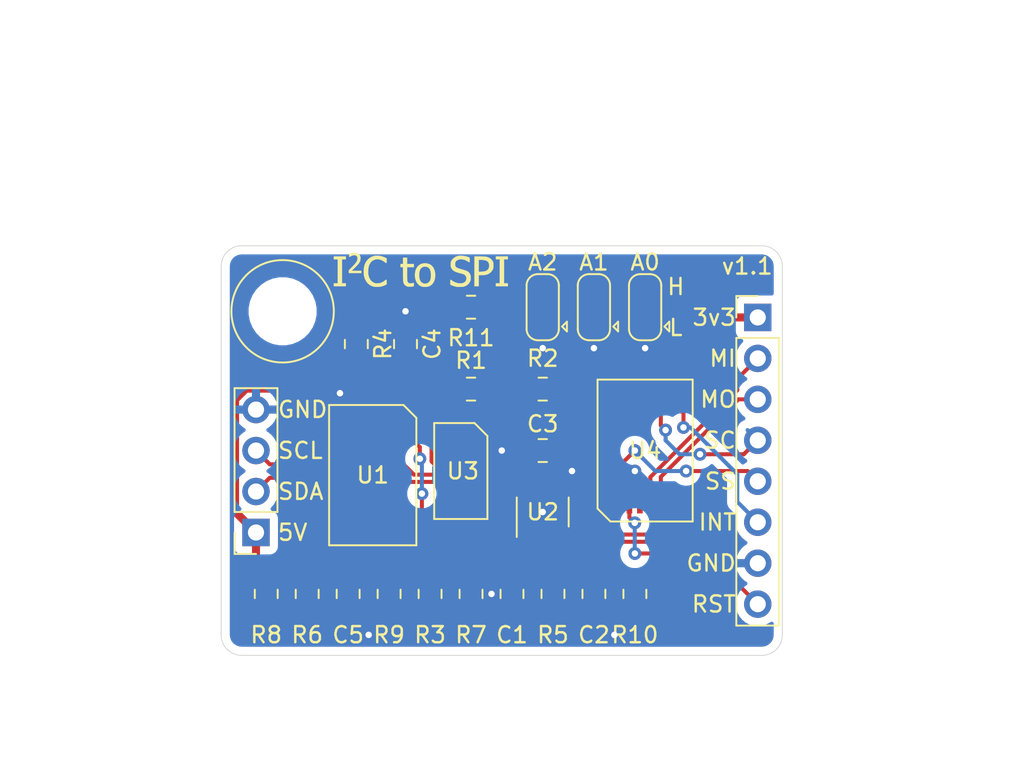
<source format=kicad_pcb>
(kicad_pcb (version 20171130) (host pcbnew "(5.1.4)-1")

  (general
    (thickness 1.6)
    (drawings 27)
    (tracks 237)
    (zones 0)
    (modules 27)
    (nets 28)
  )

  (page A4)
  (layers
    (0 F.Cu signal)
    (31 B.Cu signal)
    (32 B.Adhes user)
    (33 F.Adhes user)
    (34 B.Paste user)
    (35 F.Paste user)
    (36 B.SilkS user)
    (37 F.SilkS user)
    (38 B.Mask user)
    (39 F.Mask user)
    (40 Dwgs.User user)
    (41 Cmts.User user)
    (42 Eco1.User user)
    (43 Eco2.User user)
    (44 Edge.Cuts user)
    (45 Margin user)
    (46 B.CrtYd user)
    (47 F.CrtYd user)
    (48 B.Fab user hide)
    (49 F.Fab user hide)
  )

  (setup
    (last_trace_width 0.25)
    (user_trace_width 0.5)
    (trace_clearance 0.2)
    (zone_clearance 0.508)
    (zone_45_only no)
    (trace_min 0.2)
    (via_size 0.8)
    (via_drill 0.4)
    (via_min_size 0.4)
    (via_min_drill 0.3)
    (uvia_size 0.3)
    (uvia_drill 0.1)
    (uvias_allowed no)
    (uvia_min_size 0.2)
    (uvia_min_drill 0.1)
    (edge_width 0.05)
    (segment_width 0.2)
    (pcb_text_width 0.3)
    (pcb_text_size 1.5 1.5)
    (mod_edge_width 0.12)
    (mod_text_size 1 1)
    (mod_text_width 0.15)
    (pad_size 6.4 6.4)
    (pad_drill 3.2)
    (pad_to_mask_clearance 0.051)
    (solder_mask_min_width 0.015)
    (aux_axis_origin 0 0)
    (visible_elements 7FFFFFFF)
    (pcbplotparams
      (layerselection 0x010fc_ffffffff)
      (usegerberextensions true)
      (usegerberattributes false)
      (usegerberadvancedattributes false)
      (creategerberjobfile false)
      (excludeedgelayer true)
      (linewidth 0.100000)
      (plotframeref false)
      (viasonmask false)
      (mode 1)
      (useauxorigin false)
      (hpglpennumber 1)
      (hpglpenspeed 20)
      (hpglpendiameter 15.000000)
      (psnegative false)
      (psa4output false)
      (plotreference true)
      (plotvalue true)
      (plotinvisibletext false)
      (padsonsilk false)
      (subtractmaskfromsilk false)
      (outputformat 1)
      (mirror false)
      (drillshape 0)
      (scaleselection 1)
      (outputdirectory "Gerbers/"))
  )

  (net 0 "")
  (net 1 GND)
  (net 2 "Net-(C1-Pad1)")
  (net 3 5V)
  (net 4 3v3)
  (net 5 "Net-(C4-Pad2)")
  (net 6 /SCL)
  (net 7 /SDA)
  (net 8 "Net-(J2-Pad8)")
  (net 9 "Net-(J2-Pad6)")
  (net 10 "Net-(J2-Pad5)")
  (net 11 "Net-(J2-Pad4)")
  (net 12 "Net-(J2-Pad3)")
  (net 13 "Net-(J2-Pad2)")
  (net 14 "Net-(JP0-Pad2)")
  (net 15 "Net-(JP1-Pad2)")
  (net 16 "Net-(JP2-Pad2)")
  (net 17 /SDA3v3)
  (net 18 /SCL3v3)
  (net 19 "Net-(R3-Pad2)")
  (net 20 "Net-(R4-Pad2)")
  (net 21 "Net-(R8-Pad2)")
  (net 22 "Net-(U2-Pad4)")
  (net 23 "Net-(U4-Pad10)")
  (net 24 "Net-(U4-Pad13)")
  (net 25 "Net-(U4-Pad2)")
  (net 26 "Net-(R10-Pad1)")
  (net 27 "Net-(JP0-Pad3)")

  (net_class Default "This is the default net class."
    (clearance 0.2)
    (trace_width 0.25)
    (via_dia 0.8)
    (via_drill 0.4)
    (uvia_dia 0.3)
    (uvia_drill 0.1)
    (add_net /SCL)
    (add_net /SCL3v3)
    (add_net /SDA)
    (add_net /SDA3v3)
    (add_net 3v3)
    (add_net 5V)
    (add_net GND)
    (add_net "Net-(C1-Pad1)")
    (add_net "Net-(C4-Pad2)")
    (add_net "Net-(J2-Pad2)")
    (add_net "Net-(J2-Pad3)")
    (add_net "Net-(J2-Pad4)")
    (add_net "Net-(J2-Pad5)")
    (add_net "Net-(J2-Pad6)")
    (add_net "Net-(J2-Pad8)")
    (add_net "Net-(JP0-Pad2)")
    (add_net "Net-(JP0-Pad3)")
    (add_net "Net-(JP1-Pad2)")
    (add_net "Net-(JP2-Pad2)")
    (add_net "Net-(R10-Pad1)")
    (add_net "Net-(R3-Pad2)")
    (add_net "Net-(R4-Pad2)")
    (add_net "Net-(R8-Pad2)")
    (add_net "Net-(U2-Pad4)")
    (add_net "Net-(U4-Pad10)")
    (add_net "Net-(U4-Pad13)")
    (add_net "Net-(U4-Pad2)")
  )

  (module SVastaCustomParts:PI6ULS5V9511A_I2C_HotSwap (layer F.Cu) (tedit 0) (tstamp 5ED46E0A)
    (at 95.504 62.484 180)
    (path /5EDC2C8B)
    (attr smd)
    (fp_text reference U1 (at 0 0) (layer F.SilkS)
      (effects (font (size 1 1) (thickness 0.15)))
    )
    (fp_text value PI6ULS5V9511AWEX_I2C_HotSwap (at 0 0) (layer F.Fab)
      (effects (font (size 1 1) (thickness 0.15)))
    )
    (fp_line (start -2.46 4.1) (end -2.46 -4.1) (layer F.CrtYd) (width 0.05))
    (fp_line (start 2.46 4.1) (end -2.46 4.1) (layer F.CrtYd) (width 0.05))
    (fp_line (start 2.46 -4.1) (end 2.46 4.1) (layer F.CrtYd) (width 0.05))
    (fp_line (start -2.46 -4.1) (end 2.46 -4.1) (layer F.CrtYd) (width 0.05))
    (fp_line (start 2.705 4.35) (end -1.905 4.35) (layer F.SilkS) (width 0.12))
    (fp_line (start 2.705 -4.35) (end 2.705 4.35) (layer F.SilkS) (width 0.12))
    (fp_line (start -2.705 -4.35) (end 2.705 -4.35) (layer F.SilkS) (width 0.12))
    (fp_line (start -2.705 3.55) (end -2.705 -4.35) (layer F.SilkS) (width 0.12))
    (fp_line (start -1.905 4.35) (end -2.705 3.55) (layer F.SilkS) (width 0.12))
    (pad 4 smd rect (at 1.905 2.75 180) (size 0.6 2.2) (layers F.Cu F.Paste F.Mask)
      (net 1 GND))
    (pad 5 smd rect (at 1.905 -2.75 180) (size 0.6 2.2) (layers F.Cu F.Paste F.Mask)
      (net 21 "Net-(R8-Pad2)"))
    (pad 3 smd rect (at 0.635 2.75 180) (size 0.6 2.2) (layers F.Cu F.Paste F.Mask)
      (net 6 /SCL))
    (pad 6 smd rect (at 0.635 -2.75 180) (size 0.6 2.2) (layers F.Cu F.Paste F.Mask)
      (net 7 /SDA))
    (pad 2 smd rect (at -0.635 2.75 180) (size 0.6 2.2) (layers F.Cu F.Paste F.Mask)
      (net 20 "Net-(R4-Pad2)"))
    (pad 7 smd rect (at -0.635 -2.75 180) (size 0.6 2.2) (layers F.Cu F.Paste F.Mask)
      (net 19 "Net-(R3-Pad2)"))
    (pad 1 smd rect (at -1.905 2.75 180) (size 0.6 2.2) (layers F.Cu F.Paste F.Mask)
      (net 5 "Net-(C4-Pad2)"))
    (pad 8 smd rect (at -1.905 -2.75 180) (size 0.6 2.2) (layers F.Cu F.Paste F.Mask)
      (net 3 5V))
  )

  (module SVastaCustomParts:i2cToSpiText (layer F.Cu) (tedit 0) (tstamp 5ED37785)
    (at 98.552 49.784)
    (fp_text reference G*** (at 0 0) (layer F.SilkS) hide
      (effects (font (size 1.524 1.524) (thickness 0.3)))
    )
    (fp_text value LOGO (at 0.75 0) (layer F.SilkS) hide
      (effects (font (size 1.524 1.524) (thickness 0.3)))
    )
    (fp_poly (pts (xy -4.078755 -1.079552) (xy -3.994222 -1.057614) (xy -3.925949 -1.018489) (xy -3.869539 -0.960079)
      (xy -3.845717 -0.925116) (xy -3.823875 -0.886937) (xy -3.811147 -0.85357) (xy -3.805242 -0.81495)
      (xy -3.803864 -0.761015) (xy -3.803976 -0.741937) (xy -3.807665 -0.674134) (xy -3.818782 -0.611673)
      (xy -3.839345 -0.551284) (xy -3.871371 -0.489701) (xy -3.916881 -0.423654) (xy -3.977892 -0.349876)
      (xy -4.056422 -0.265097) (xy -4.15449 -0.16605) (xy -4.167601 -0.153115) (xy -4.351773 0.028222)
      (xy -3.753555 0.028222) (xy -3.753555 0.169333) (xy -4.529667 0.169333) (xy -4.529667 -0.004481)
      (xy -4.328323 -0.21038) (xy -4.231819 -0.311075) (xy -4.154845 -0.396529) (xy -4.095452 -0.469804)
      (xy -4.051691 -0.533963) (xy -4.021611 -0.59207) (xy -4.003264 -0.647189) (xy -3.994699 -0.702382)
      (xy -3.993444 -0.736585) (xy -4.002941 -0.813938) (xy -4.03248 -0.871899) (xy -4.083634 -0.912409)
      (xy -4.155722 -0.936937) (xy -4.202361 -0.938072) (xy -4.263592 -0.927907) (xy -4.329464 -0.909067)
      (xy -4.390022 -0.884179) (xy -4.420003 -0.867213) (xy -4.465359 -0.840162) (xy -4.493738 -0.833123)
      (xy -4.508969 -0.848337) (xy -4.514884 -0.888044) (xy -4.515555 -0.923111) (xy -4.515555 -1.013666)
      (xy -4.455583 -1.035432) (xy -4.367872 -1.063812) (xy -4.290824 -1.079859) (xy -4.211094 -1.086076)
      (xy -4.183944 -1.086398) (xy -4.078755 -1.079552)) (layer F.SilkS) (width 0.01))
    (fp_poly (pts (xy 5.334 -0.677334) (xy 5.094111 -0.677334) (xy 5.094111 0.804333) (xy 5.334 0.804333)
      (xy 5.334 0.987778) (xy 4.586111 0.987778) (xy 4.586111 0.804333) (xy 4.826 0.804333)
      (xy 4.826 -0.677334) (xy 4.586111 -0.677334) (xy 4.586111 -0.860778) (xy 5.334 -0.860778)
      (xy 5.334 -0.677334)) (layer F.SilkS) (width 0.01))
    (fp_poly (pts (xy 3.679524 -0.860202) (xy 3.771376 -0.85859) (xy 3.852686 -0.856116) (xy 3.918286 -0.852953)
      (xy 3.96301 -0.849274) (xy 3.974354 -0.847611) (xy 4.102041 -0.811578) (xy 4.213327 -0.755818)
      (xy 4.305845 -0.681972) (xy 4.377229 -0.591687) (xy 4.398515 -0.553016) (xy 4.415477 -0.516373)
      (xy 4.42674 -0.483826) (xy 4.433459 -0.448072) (xy 4.436786 -0.401806) (xy 4.437876 -0.337726)
      (xy 4.437945 -0.303389) (xy 4.437545 -0.230392) (xy 4.435475 -0.178064) (xy 4.430425 -0.138857)
      (xy 4.421084 -0.105221) (xy 4.406143 -0.069605) (xy 4.392446 -0.041076) (xy 4.327309 0.060894)
      (xy 4.240467 0.148263) (xy 4.136574 0.216521) (xy 4.116479 0.226403) (xy 4.049057 0.254501)
      (xy 3.98151 0.274384) (xy 3.90697 0.287209) (xy 3.818568 0.294137) (xy 3.709435 0.296327)
      (xy 3.702241 0.296333) (xy 3.527778 0.296333) (xy 3.527778 0.987778) (xy 3.259667 0.987778)
      (xy 3.259667 0.084666) (xy 3.527778 0.084666) (xy 3.615972 0.084559) (xy 3.675175 0.082736)
      (xy 3.747204 0.078045) (xy 3.816931 0.071482) (xy 3.819949 0.071138) (xy 3.908421 0.056852)
      (xy 3.97693 0.035173) (xy 4.033412 0.002994) (xy 4.06882 -0.026306) (xy 4.11919 -0.084304)
      (xy 4.15088 -0.150416) (xy 4.166441 -0.231339) (xy 4.169097 -0.289616) (xy 4.161782 -0.38607)
      (xy 4.13751 -0.465779) (xy 4.094842 -0.529726) (xy 4.03234 -0.578897) (xy 3.948565 -0.614274)
      (xy 3.842078 -0.636844) (xy 3.711441 -0.647591) (xy 3.644195 -0.648832) (xy 3.527778 -0.649111)
      (xy 3.527778 0.084666) (xy 3.259667 0.084666) (xy 3.259667 -0.860778) (xy 3.582296 -0.860778)
      (xy 3.679524 -0.860202)) (layer F.SilkS) (width 0.01))
    (fp_poly (pts (xy -4.713111 -0.677334) (xy -4.953 -0.677334) (xy -4.953 0.804333) (xy -4.713111 0.804333)
      (xy -4.713111 0.987778) (xy -5.461 0.987778) (xy -5.461 0.804333) (xy -5.221111 0.804333)
      (xy -5.221111 -0.677334) (xy -5.461 -0.677334) (xy -5.461 -0.860778) (xy -4.713111 -0.860778)
      (xy -4.713111 -0.677334)) (layer F.SilkS) (width 0.01))
    (fp_poly (pts (xy -0.917222 -0.395111) (xy -0.493889 -0.395111) (xy -0.493889 -0.197556) (xy -0.917222 -0.197556)
      (xy -0.917222 0.196861) (xy -0.916659 0.312901) (xy -0.915055 0.419023) (xy -0.912536 0.511359)
      (xy -0.909228 0.58604) (xy -0.905258 0.639197) (xy -0.902013 0.662197) (xy -0.875305 0.730718)
      (xy -0.829775 0.778923) (xy -0.766827 0.806176) (xy -0.687865 0.811844) (xy -0.602561 0.797521)
      (xy -0.556616 0.78605) (xy -0.521469 0.77828) (xy -0.507311 0.776111) (xy -0.500864 0.789061)
      (xy -0.49611 0.823289) (xy -0.493937 0.871863) (xy -0.493889 0.880775) (xy -0.493889 0.985439)
      (xy -0.565139 1.000719) (xy -0.617612 1.008322) (xy -0.684175 1.012896) (xy -0.755812 1.014385)
      (xy -0.823505 1.012735) (xy -0.878238 1.007889) (xy -0.903202 1.002815) (xy -0.992689 0.96214)
      (xy -1.066401 0.90101) (xy -1.118506 0.8255) (xy -1.133092 0.791808) (xy -1.144824 0.7533)
      (xy -1.153985 0.706693) (xy -1.160862 0.648704) (xy -1.165738 0.576053) (xy -1.1689 0.485455)
      (xy -1.17063 0.37363) (xy -1.171215 0.237294) (xy -1.171222 0.218027) (xy -1.171222 -0.197556)
      (xy -1.326444 -0.197556) (xy -1.326444 -0.395111) (xy -1.171222 -0.395111) (xy -1.171222 -0.790222)
      (xy -0.917222 -0.790222) (xy -0.917222 -0.395111)) (layer F.SilkS) (width 0.01))
    (fp_poly (pts (xy 2.513983 -0.898624) (xy 2.621992 -0.887617) (xy 2.722688 -0.870435) (xy 2.785188 -0.854739)
      (xy 2.857095 -0.833493) (xy 2.906558 -0.81663) (xy 2.937755 -0.799151) (xy 2.954861 -0.776061)
      (xy 2.962051 -0.742363) (xy 2.963501 -0.693059) (xy 2.963333 -0.641559) (xy 2.962105 -0.577036)
      (xy 2.958718 -0.528026) (xy 2.953616 -0.499348) (xy 2.949698 -0.493889) (xy 2.931897 -0.501085)
      (xy 2.897698 -0.520049) (xy 2.854153 -0.546843) (xy 2.849451 -0.54987) (xy 2.73314 -0.613322)
      (xy 2.613477 -0.656976) (xy 2.494681 -0.680326) (xy 2.38097 -0.682867) (xy 2.276563 -0.664091)
      (xy 2.19389 -0.628463) (xy 2.13192 -0.58401) (xy 2.092058 -0.533147) (xy 2.070247 -0.468861)
      (xy 2.063031 -0.402229) (xy 2.063539 -0.334511) (xy 2.073533 -0.278393) (xy 2.095698 -0.231625)
      (xy 2.132716 -0.191957) (xy 2.18727 -0.157137) (xy 2.262045 -0.124916) (xy 2.359724 -0.093042)
      (xy 2.466986 -0.063433) (xy 2.595707 -0.027846) (xy 2.699966 0.005809) (xy 2.783246 0.039542)
      (xy 2.849031 0.075368) (xy 2.900804 0.115298) (xy 2.942047 0.161346) (xy 2.976244 0.215524)
      (xy 2.987462 0.237326) (xy 3.005593 0.277006) (xy 3.017147 0.312444) (xy 3.02357 0.35204)
      (xy 3.026314 0.404198) (xy 3.026833 0.465666) (xy 3.02621 0.534378) (xy 3.02324 0.583617)
      (xy 3.01627 0.622127) (xy 3.003648 0.658649) (xy 2.983723 0.701926) (xy 2.981217 0.707061)
      (xy 2.915613 0.8098) (xy 2.82885 0.896025) (xy 2.72443 0.962938) (xy 2.605859 1.00774)
      (xy 2.604063 1.00821) (xy 2.555483 1.016614) (xy 2.486932 1.023007) (xy 2.406605 1.027174)
      (xy 2.322697 1.028903) (xy 2.243401 1.02798) (xy 2.176912 1.024191) (xy 2.144889 1.020168)
      (xy 2.091635 1.008097) (xy 2.0228 0.988601) (xy 1.948899 0.964997) (xy 1.880448 0.9406)
      (xy 1.838595 0.923591) (xy 1.763889 0.890553) (xy 1.763889 0.734554) (xy 1.764777 0.661833)
      (xy 1.767701 0.613873) (xy 1.773054 0.58726) (xy 1.781227 0.57858) (xy 1.781805 0.578555)
      (xy 1.801162 0.586571) (xy 1.835671 0.607721) (xy 1.878328 0.637664) (xy 1.884111 0.641979)
      (xy 1.991823 0.71037) (xy 2.107781 0.761729) (xy 2.227245 0.795334) (xy 2.345476 0.810464)
      (xy 2.457733 0.806397) (xy 2.559277 0.78241) (xy 2.620217 0.754102) (xy 2.686472 0.701044)
      (xy 2.732205 0.634772) (xy 2.757537 0.560283) (xy 2.762589 0.482574) (xy 2.747482 0.406641)
      (xy 2.712337 0.337481) (xy 2.657275 0.280091) (xy 2.608022 0.250103) (xy 2.578472 0.239041)
      (xy 2.527406 0.222936) (xy 2.460704 0.203522) (xy 2.384246 0.182536) (xy 2.336691 0.170054)
      (xy 2.208603 0.134549) (xy 2.104917 0.099467) (xy 2.021945 0.062485) (xy 1.956002 0.021277)
      (xy 1.903401 -0.026479) (xy 1.860456 -0.083109) (xy 1.823479 -0.150936) (xy 1.82176 -0.154579)
      (xy 1.803618 -0.197443) (xy 1.792561 -0.237578) (xy 1.786944 -0.284502) (xy 1.785122 -0.347733)
      (xy 1.785066 -0.366889) (xy 1.789389 -0.461176) (xy 1.804689 -0.537183) (xy 1.834487 -0.603851)
      (xy 1.882303 -0.67012) (xy 1.92185 -0.714195) (xy 2.020414 -0.798264) (xy 2.134241 -0.859029)
      (xy 2.231786 -0.889256) (xy 2.310309 -0.899978) (xy 2.407231 -0.902923) (xy 2.513983 -0.898624)) (layer F.SilkS) (width 0.01))
    (fp_poly (pts (xy 0.338263 -0.426729) (xy 0.407208 -0.40987) (xy 0.520413 -0.359484) (xy 0.617343 -0.286164)
      (xy 0.697927 -0.1905) (xy 0.759193 -0.077399) (xy 0.802054 0.052713) (xy 0.825445 0.194581)
      (xy 0.828304 0.342951) (xy 0.821466 0.419805) (xy 0.804699 0.526915) (xy 0.782939 0.613986)
      (xy 0.753488 0.689111) (xy 0.713644 0.76038) (xy 0.701727 0.778566) (xy 0.623654 0.874427)
      (xy 0.533439 0.946429) (xy 0.429077 0.99556) (xy 0.308563 1.022808) (xy 0.192541 1.029504)
      (xy 0.095142 1.024844) (xy 0.014786 1.01097) (xy -0.022647 0.99998) (xy -0.129554 0.949702)
      (xy -0.222475 0.876688) (xy -0.300154 0.783391) (xy -0.361333 0.672262) (xy -0.404756 0.545755)
      (xy -0.429167 0.406321) (xy -0.432089 0.300538) (xy -0.169787 0.300538) (xy -0.164166 0.412018)
      (xy -0.147523 0.516057) (xy -0.119639 0.605882) (xy -0.109598 0.627944) (xy -0.053409 0.713522)
      (xy 0.017653 0.775684) (xy 0.101801 0.813432) (xy 0.19725 0.825768) (xy 0.239889 0.823176)
      (xy 0.290646 0.813809) (xy 0.337702 0.799467) (xy 0.34724 0.795403) (xy 0.400345 0.761282)
      (xy 0.453175 0.712664) (xy 0.494301 0.660503) (xy 0.501963 0.64714) (xy 0.533169 0.56461)
      (xy 0.553431 0.463841) (xy 0.562895 0.352003) (xy 0.561709 0.236266) (xy 0.550018 0.123797)
      (xy 0.52797 0.021765) (xy 0.495712 -0.062659) (xy 0.487111 -0.078411) (xy 0.431791 -0.147211)
      (xy 0.361485 -0.195969) (xy 0.28113 -0.224632) (xy 0.195661 -0.233151) (xy 0.110014 -0.221473)
      (xy 0.029123 -0.189548) (xy -0.042076 -0.137324) (xy -0.086453 -0.084349) (xy -0.122719 -0.010827)
      (xy -0.148843 0.082343) (xy -0.164606 0.188389) (xy -0.169787 0.300538) (xy -0.432089 0.300538)
      (xy -0.433308 0.256414) (xy -0.430006 0.204985) (xy -0.405746 0.051353) (xy -0.361357 -0.08286)
      (xy -0.29697 -0.197442) (xy -0.212718 -0.292181) (xy -0.108731 -0.366864) (xy -0.060645 -0.391535)
      (xy 0.024939 -0.419741) (xy 0.126339 -0.435259) (xy 0.233974 -0.437713) (xy 0.338263 -0.426729)) (layer F.SilkS) (width 0.01))
    (fp_poly (pts (xy -2.580321 -0.887495) (xy -2.436092 -0.853607) (xy -2.301044 -0.803108) (xy -2.289528 -0.797749)
      (xy -2.187222 -0.74928) (xy -2.187222 -0.600418) (xy -2.187626 -0.533982) (xy -2.189422 -0.490821)
      (xy -2.193492 -0.465995) (xy -2.200714 -0.454562) (xy -2.211968 -0.45158) (xy -2.213717 -0.451556)
      (xy -2.244841 -0.461805) (xy -2.257898 -0.472867) (xy -2.287068 -0.499263) (xy -2.334507 -0.533083)
      (xy -2.392885 -0.569866) (xy -2.454873 -0.605154) (xy -2.513142 -0.634485) (xy -2.547055 -0.648812)
      (xy -2.642499 -0.673991) (xy -2.74602 -0.683618) (xy -2.848126 -0.677771) (xy -2.939326 -0.656523)
      (xy -2.96689 -0.645473) (xy -3.068318 -0.588586) (xy -3.150055 -0.518166) (xy -3.215658 -0.430116)
      (xy -3.268684 -0.320341) (xy -3.28308 -0.281389) (xy -3.30472 -0.198022) (xy -3.319899 -0.095938)
      (xy -3.328193 0.016013) (xy -3.329181 0.128978) (xy -3.322438 0.234107) (xy -3.311162 0.306774)
      (xy -3.270383 0.444298) (xy -3.21097 0.562027) (xy -3.133579 0.659042) (xy -3.038868 0.734428)
      (xy -2.982502 0.765006) (xy -2.928093 0.788349) (xy -2.881435 0.801653) (xy -2.829817 0.807602)
      (xy -2.774719 0.808873) (xy -2.638201 0.797967) (xy -2.51277 0.763338) (xy -2.394131 0.703403)
      (xy -2.297579 0.633172) (xy -2.253153 0.598094) (xy -2.222552 0.580627) (xy -2.203218 0.582908)
      (xy -2.192591 0.607075) (xy -2.188112 0.655268) (xy -2.187222 0.725392) (xy -2.187222 0.872228)
      (xy -2.282472 0.916894) (xy -2.420435 0.973596) (xy -2.551375 1.009521) (xy -2.684708 1.026834)
      (xy -2.770884 1.029182) (xy -2.848727 1.02674) (xy -2.922861 1.020912) (xy -2.98349 1.012591)
      (xy -3.005667 1.007778) (xy -3.144027 0.95749) (xy -3.2664 0.884249) (xy -3.372058 0.788838)
      (xy -3.460276 0.672045) (xy -3.530326 0.534653) (xy -3.578797 0.388055) (xy -3.593113 0.309551)
      (xy -3.602057 0.21151) (xy -3.605701 0.102087) (xy -3.604119 -0.010562) (xy -3.597383 -0.118284)
      (xy -3.585567 -0.212922) (xy -3.572888 -0.272352) (xy -3.518857 -0.423213) (xy -3.445085 -0.556712)
      (xy -3.353151 -0.671183) (xy -3.244638 -0.764959) (xy -3.121125 -0.836374) (xy -2.995446 -0.880937)
      (xy -2.867262 -0.902016) (xy -2.726466 -0.903917) (xy -2.580321 -0.887495)) (layer F.SilkS) (width 0.01))
  )

  (module MountingHole:MountingHole_3.2mm_M3 (layer F.Cu) (tedit 56D1B4CB) (tstamp 5ED37B43)
    (at 89.916 52.324)
    (descr "Mounting Hole 3.2mm, no annular, M3")
    (tags "mounting hole 3.2mm no annular m3")
    (attr virtual)
    (fp_text reference REF** (at 0 -4.2) (layer F.SilkS) hide
      (effects (font (size 1 1) (thickness 0.15)))
    )
    (fp_text value MountingHole_3.2mm_M3 (at 0 4.2) (layer F.Fab)
      (effects (font (size 1 1) (thickness 0.15)))
    )
    (fp_circle (center 0 0) (end 3.45 0) (layer F.CrtYd) (width 0.05))
    (fp_circle (center 0 0) (end 3.2 0) (layer Cmts.User) (width 0.15))
    (fp_text user %R (at 0.3 0) (layer F.Fab)
      (effects (font (size 1 1) (thickness 0.15)))
    )
    (pad 1 np_thru_hole circle (at 0 0) (size 3.2 3.2) (drill 3.2) (layers *.Cu *.Mask))
  )

  (module Resistor_SMD:R_0805_2012Metric_Pad1.15x1.40mm_HandSolder (layer F.Cu) (tedit 5B36C52B) (tstamp 5ED389F5)
    (at 101.6 57.15)
    (descr "Resistor SMD 0805 (2012 Metric), square (rectangular) end terminal, IPC_7351 nominal with elongated pad for handsoldering. (Body size source: https://docs.google.com/spreadsheets/d/1BsfQQcO9C6DZCsRaXUlFlo91Tg2WpOkGARC1WS5S8t0/edit?usp=sharing), generated with kicad-footprint-generator")
    (tags "resistor handsolder")
    (path /5ED2D030)
    (attr smd)
    (fp_text reference R1 (at 0 -1.778) (layer F.SilkS)
      (effects (font (size 1 1) (thickness 0.15)))
    )
    (fp_text value 1k (at 0 1.65) (layer F.Fab)
      (effects (font (size 1 1) (thickness 0.15)))
    )
    (fp_text user %R (at 0 0) (layer F.Fab)
      (effects (font (size 0.5 0.5) (thickness 0.08)))
    )
    (fp_line (start 1.85 0.95) (end -1.85 0.95) (layer F.CrtYd) (width 0.05))
    (fp_line (start 1.85 -0.95) (end 1.85 0.95) (layer F.CrtYd) (width 0.05))
    (fp_line (start -1.85 -0.95) (end 1.85 -0.95) (layer F.CrtYd) (width 0.05))
    (fp_line (start -1.85 0.95) (end -1.85 -0.95) (layer F.CrtYd) (width 0.05))
    (fp_line (start -0.261252 0.71) (end 0.261252 0.71) (layer F.SilkS) (width 0.12))
    (fp_line (start -0.261252 -0.71) (end 0.261252 -0.71) (layer F.SilkS) (width 0.12))
    (fp_line (start 1 0.6) (end -1 0.6) (layer F.Fab) (width 0.1))
    (fp_line (start 1 -0.6) (end 1 0.6) (layer F.Fab) (width 0.1))
    (fp_line (start -1 -0.6) (end 1 -0.6) (layer F.Fab) (width 0.1))
    (fp_line (start -1 0.6) (end -1 -0.6) (layer F.Fab) (width 0.1))
    (pad 2 smd roundrect (at 1.025 0) (size 1.15 1.4) (layers F.Cu F.Paste F.Mask) (roundrect_rratio 0.217391)
      (net 17 /SDA3v3))
    (pad 1 smd roundrect (at -1.025 0) (size 1.15 1.4) (layers F.Cu F.Paste F.Mask) (roundrect_rratio 0.217391)
      (net 4 3v3))
    (model ${KISYS3DMOD}/Resistor_SMD.3dshapes/R_0805_2012Metric.wrl
      (at (xyz 0 0 0))
      (scale (xyz 1 1 1))
      (rotate (xyz 0 0 0))
    )
  )

  (module Resistor_SMD:R_0805_2012Metric_Pad1.15x1.40mm_HandSolder (layer F.Cu) (tedit 5B36C52B) (tstamp 5ED3BD1E)
    (at 101.6 52.07 180)
    (descr "Resistor SMD 0805 (2012 Metric), square (rectangular) end terminal, IPC_7351 nominal with elongated pad for handsoldering. (Body size source: https://docs.google.com/spreadsheets/d/1BsfQQcO9C6DZCsRaXUlFlo91Tg2WpOkGARC1WS5S8t0/edit?usp=sharing), generated with kicad-footprint-generator")
    (tags "resistor handsolder")
    (path /5EF81F7A)
    (attr smd)
    (fp_text reference R11 (at 0 -1.905) (layer F.SilkS)
      (effects (font (size 1 1) (thickness 0.15)))
    )
    (fp_text value 10k (at 0 1.65) (layer F.Fab)
      (effects (font (size 1 1) (thickness 0.15)))
    )
    (fp_text user %R (at 0 0) (layer F.Fab)
      (effects (font (size 0.5 0.5) (thickness 0.08)))
    )
    (fp_line (start 1.85 0.95) (end -1.85 0.95) (layer F.CrtYd) (width 0.05))
    (fp_line (start 1.85 -0.95) (end 1.85 0.95) (layer F.CrtYd) (width 0.05))
    (fp_line (start -1.85 -0.95) (end 1.85 -0.95) (layer F.CrtYd) (width 0.05))
    (fp_line (start -1.85 0.95) (end -1.85 -0.95) (layer F.CrtYd) (width 0.05))
    (fp_line (start -0.261252 0.71) (end 0.261252 0.71) (layer F.SilkS) (width 0.12))
    (fp_line (start -0.261252 -0.71) (end 0.261252 -0.71) (layer F.SilkS) (width 0.12))
    (fp_line (start 1 0.6) (end -1 0.6) (layer F.Fab) (width 0.1))
    (fp_line (start 1 -0.6) (end 1 0.6) (layer F.Fab) (width 0.1))
    (fp_line (start -1 -0.6) (end 1 -0.6) (layer F.Fab) (width 0.1))
    (fp_line (start -1 0.6) (end -1 -0.6) (layer F.Fab) (width 0.1))
    (pad 2 smd roundrect (at 1.025 0 180) (size 1.15 1.4) (layers F.Cu F.Paste F.Mask) (roundrect_rratio 0.217391)
      (net 4 3v3))
    (pad 1 smd roundrect (at -1.025 0 180) (size 1.15 1.4) (layers F.Cu F.Paste F.Mask) (roundrect_rratio 0.217391)
      (net 27 "Net-(JP0-Pad3)"))
    (model ${KISYS3DMOD}/Resistor_SMD.3dshapes/R_0805_2012Metric.wrl
      (at (xyz 0 0 0))
      (scale (xyz 1 1 1))
      (rotate (xyz 0 0 0))
    )
  )

  (module Resistor_SMD:R_0805_2012Metric_Pad1.15x1.40mm_HandSolder (layer F.Cu) (tedit 5B36C52B) (tstamp 5ED304F0)
    (at 111.76 69.85 270)
    (descr "Resistor SMD 0805 (2012 Metric), square (rectangular) end terminal, IPC_7351 nominal with elongated pad for handsoldering. (Body size source: https://docs.google.com/spreadsheets/d/1BsfQQcO9C6DZCsRaXUlFlo91Tg2WpOkGARC1WS5S8t0/edit?usp=sharing), generated with kicad-footprint-generator")
    (tags "resistor handsolder")
    (path /5EED4AE1)
    (attr smd)
    (fp_text reference R10 (at 2.54 0) (layer F.SilkS)
      (effects (font (size 1 1) (thickness 0.15)))
    )
    (fp_text value 10k (at 0 1.65 90) (layer F.Fab)
      (effects (font (size 1 1) (thickness 0.15)))
    )
    (fp_text user %R (at 0 0 90) (layer F.Fab)
      (effects (font (size 0.5 0.5) (thickness 0.08)))
    )
    (fp_line (start 1.85 0.95) (end -1.85 0.95) (layer F.CrtYd) (width 0.05))
    (fp_line (start 1.85 -0.95) (end 1.85 0.95) (layer F.CrtYd) (width 0.05))
    (fp_line (start -1.85 -0.95) (end 1.85 -0.95) (layer F.CrtYd) (width 0.05))
    (fp_line (start -1.85 0.95) (end -1.85 -0.95) (layer F.CrtYd) (width 0.05))
    (fp_line (start -0.261252 0.71) (end 0.261252 0.71) (layer F.SilkS) (width 0.12))
    (fp_line (start -0.261252 -0.71) (end 0.261252 -0.71) (layer F.SilkS) (width 0.12))
    (fp_line (start 1 0.6) (end -1 0.6) (layer F.Fab) (width 0.1))
    (fp_line (start 1 -0.6) (end 1 0.6) (layer F.Fab) (width 0.1))
    (fp_line (start -1 -0.6) (end 1 -0.6) (layer F.Fab) (width 0.1))
    (fp_line (start -1 0.6) (end -1 -0.6) (layer F.Fab) (width 0.1))
    (pad 2 smd roundrect (at 1.025 0 270) (size 1.15 1.4) (layers F.Cu F.Paste F.Mask) (roundrect_rratio 0.217391)
      (net 3 5V))
    (pad 1 smd roundrect (at -1.025 0 270) (size 1.15 1.4) (layers F.Cu F.Paste F.Mask) (roundrect_rratio 0.217391)
      (net 26 "Net-(R10-Pad1)"))
    (model ${KISYS3DMOD}/Resistor_SMD.3dshapes/R_0805_2012Metric.wrl
      (at (xyz 0 0 0))
      (scale (xyz 1 1 1))
      (rotate (xyz 0 0 0))
    )
  )

  (module Resistor_SMD:R_0805_2012Metric_Pad1.15x1.40mm_HandSolder (layer F.Cu) (tedit 5B36C52B) (tstamp 5ED2E54D)
    (at 106.68 69.85 90)
    (descr "Resistor SMD 0805 (2012 Metric), square (rectangular) end terminal, IPC_7351 nominal with elongated pad for handsoldering. (Body size source: https://docs.google.com/spreadsheets/d/1BsfQQcO9C6DZCsRaXUlFlo91Tg2WpOkGARC1WS5S8t0/edit?usp=sharing), generated with kicad-footprint-generator")
    (tags "resistor handsolder")
    (path /5ED2D579)
    (attr smd)
    (fp_text reference R5 (at -2.54 0) (layer F.SilkS)
      (effects (font (size 1 1) (thickness 0.15)))
    )
    (fp_text value 200k (at 0 1.65 90) (layer F.Fab)
      (effects (font (size 1 1) (thickness 0.15)))
    )
    (fp_text user %R (at 0 0 90) (layer F.Fab)
      (effects (font (size 0.5 0.5) (thickness 0.08)))
    )
    (fp_line (start 1.85 0.95) (end -1.85 0.95) (layer F.CrtYd) (width 0.05))
    (fp_line (start 1.85 -0.95) (end 1.85 0.95) (layer F.CrtYd) (width 0.05))
    (fp_line (start -1.85 -0.95) (end 1.85 -0.95) (layer F.CrtYd) (width 0.05))
    (fp_line (start -1.85 0.95) (end -1.85 -0.95) (layer F.CrtYd) (width 0.05))
    (fp_line (start -0.261252 0.71) (end 0.261252 0.71) (layer F.SilkS) (width 0.12))
    (fp_line (start -0.261252 -0.71) (end 0.261252 -0.71) (layer F.SilkS) (width 0.12))
    (fp_line (start 1 0.6) (end -1 0.6) (layer F.Fab) (width 0.1))
    (fp_line (start 1 -0.6) (end 1 0.6) (layer F.Fab) (width 0.1))
    (fp_line (start -1 -0.6) (end 1 -0.6) (layer F.Fab) (width 0.1))
    (fp_line (start -1 0.6) (end -1 -0.6) (layer F.Fab) (width 0.1))
    (pad 2 smd roundrect (at 1.025 0 90) (size 1.15 1.4) (layers F.Cu F.Paste F.Mask) (roundrect_rratio 0.217391)
      (net 2 "Net-(C1-Pad1)"))
    (pad 1 smd roundrect (at -1.025 0 90) (size 1.15 1.4) (layers F.Cu F.Paste F.Mask) (roundrect_rratio 0.217391)
      (net 3 5V))
    (model ${KISYS3DMOD}/Resistor_SMD.3dshapes/R_0805_2012Metric.wrl
      (at (xyz 0 0 0))
      (scale (xyz 1 1 1))
      (rotate (xyz 0 0 0))
    )
  )

  (module Connector_PinSocket_2.54mm:PinSocket_1x04_P2.54mm_Vertical (layer F.Cu) (tedit 5A19A429) (tstamp 5ED2F3E6)
    (at 88.265 66.04 180)
    (descr "Through hole straight socket strip, 1x04, 2.54mm pitch, single row (from Kicad 4.0.7), script generated")
    (tags "Through hole socket strip THT 1x04 2.54mm single row")
    (path /5EE6EB13)
    (fp_text reference J1 (at 0 10.16) (layer F.SilkS) hide
      (effects (font (size 1 1) (thickness 0.15)))
    )
    (fp_text value Conn_01x04_Female (at 0 10.39) (layer F.Fab)
      (effects (font (size 1 1) (thickness 0.15)))
    )
    (fp_text user %R (at 0 3.81 90) (layer F.Fab)
      (effects (font (size 1 1) (thickness 0.15)))
    )
    (fp_line (start -1.8 9.4) (end -1.8 -1.8) (layer F.CrtYd) (width 0.05))
    (fp_line (start 1.75 9.4) (end -1.8 9.4) (layer F.CrtYd) (width 0.05))
    (fp_line (start 1.75 -1.8) (end 1.75 9.4) (layer F.CrtYd) (width 0.05))
    (fp_line (start -1.8 -1.8) (end 1.75 -1.8) (layer F.CrtYd) (width 0.05))
    (fp_line (start 0 -1.33) (end 1.33 -1.33) (layer F.SilkS) (width 0.12))
    (fp_line (start 1.33 -1.33) (end 1.33 0) (layer F.SilkS) (width 0.12))
    (fp_line (start 1.33 1.27) (end 1.33 8.95) (layer F.SilkS) (width 0.12))
    (fp_line (start -1.33 8.95) (end 1.33 8.95) (layer F.SilkS) (width 0.12))
    (fp_line (start -1.33 1.27) (end -1.33 8.95) (layer F.SilkS) (width 0.12))
    (fp_line (start -1.33 1.27) (end 1.33 1.27) (layer F.SilkS) (width 0.12))
    (fp_line (start -1.27 8.89) (end -1.27 -1.27) (layer F.Fab) (width 0.1))
    (fp_line (start 1.27 8.89) (end -1.27 8.89) (layer F.Fab) (width 0.1))
    (fp_line (start 1.27 -0.635) (end 1.27 8.89) (layer F.Fab) (width 0.1))
    (fp_line (start 0.635 -1.27) (end 1.27 -0.635) (layer F.Fab) (width 0.1))
    (fp_line (start -1.27 -1.27) (end 0.635 -1.27) (layer F.Fab) (width 0.1))
    (pad 4 thru_hole oval (at 0 7.62 180) (size 1.7 1.7) (drill 1) (layers *.Cu *.Mask)
      (net 1 GND))
    (pad 3 thru_hole oval (at 0 5.08 180) (size 1.7 1.7) (drill 1) (layers *.Cu *.Mask)
      (net 6 /SCL))
    (pad 2 thru_hole oval (at 0 2.54 180) (size 1.7 1.7) (drill 1) (layers *.Cu *.Mask)
      (net 7 /SDA))
    (pad 1 thru_hole rect (at 0 0 180) (size 1.7 1.7) (drill 1) (layers *.Cu *.Mask)
      (net 3 5V))
    (model ${KISYS3DMOD}/Connector_PinSocket_2.54mm.3dshapes/PinSocket_1x04_P2.54mm_Vertical.wrl
      (at (xyz 0 0 0))
      (scale (xyz 1 1 1))
      (rotate (xyz 0 0 0))
    )
  )

  (module SVastaCustomParts:NXP_SC18IS602B (layer F.Cu) (tedit 5ED29B96) (tstamp 5ED2E5ED)
    (at 112.395 60.96)
    (descr "NXP SC18IS602B I2c to SPI bridge")
    (path /5ED2E2FB)
    (attr smd)
    (fp_text reference U4 (at 0 0) (layer F.SilkS)
      (effects (font (size 1 1) (thickness 0.15)))
    )
    (fp_text value SC18IS602B (at 0 0) (layer F.Fab)
      (effects (font (size 1 1) (thickness 0.15)))
    )
    (fp_line (start -2.7 4.15) (end -2.7 -4.15) (layer F.CrtYd) (width 0.05))
    (fp_line (start 2.7 4.15) (end -2.7 4.15) (layer F.CrtYd) (width 0.05))
    (fp_line (start 2.7 -4.15) (end 2.7 4.15) (layer F.CrtYd) (width 0.05))
    (fp_line (start -2.7 -4.15) (end 2.7 -4.15) (layer F.CrtYd) (width 0.05))
    (fp_line (start 2.95 4.4) (end -2.15 4.4) (layer F.SilkS) (width 0.12))
    (fp_line (start 2.95 -4.4) (end 2.95 4.4) (layer F.SilkS) (width 0.12))
    (fp_line (start -2.95 -4.4) (end 2.95 -4.4) (layer F.SilkS) (width 0.12))
    (fp_line (start -2.95 3.6) (end -2.95 -4.4) (layer F.SilkS) (width 0.12))
    (fp_line (start -2.15 4.4) (end -2.95 3.6) (layer F.SilkS) (width 0.12))
    (pad 8 smd rect (at 2.275 3.1) (size 0.35 1.6) (layers F.Cu F.Paste F.Mask)
      (net 18 /SCL3v3))
    (pad 9 smd rect (at 2.275 -3.1) (size 0.35 1.6) (layers F.Cu F.Paste F.Mask)
      (net 9 "Net-(J2-Pad6)"))
    (pad 7 smd rect (at 1.625 3.1) (size 0.35 1.6) (layers F.Cu F.Paste F.Mask)
      (net 17 /SDA3v3))
    (pad 10 smd rect (at 1.625 -3.1) (size 0.35 1.6) (layers F.Cu F.Paste F.Mask)
      (net 23 "Net-(U4-Pad10)"))
    (pad 6 smd rect (at 0.975 3.1) (size 0.35 1.6) (layers F.Cu F.Paste F.Mask)
      (net 12 "Net-(J2-Pad3)"))
    (pad 11 smd rect (at 0.975 -3.1) (size 0.35 1.6) (layers F.Cu F.Paste F.Mask)
      (net 11 "Net-(J2-Pad4)"))
    (pad 5 smd rect (at 0.325 3.1) (size 0.35 1.6) (layers F.Cu F.Paste F.Mask)
      (net 13 "Net-(J2-Pad2)"))
    (pad 12 smd rect (at 0.325 -3.1) (size 0.35 1.6) (layers F.Cu F.Paste F.Mask)
      (net 4 3v3))
    (pad 4 smd rect (at -0.325 3.1) (size 0.35 1.6) (layers F.Cu F.Paste F.Mask)
      (net 1 GND))
    (pad 13 smd rect (at -0.325 -3.1) (size 0.35 1.6) (layers F.Cu F.Paste F.Mask)
      (net 24 "Net-(U4-Pad13)"))
    (pad 3 smd rect (at -0.975 3.1) (size 0.35 1.6) (layers F.Cu F.Paste F.Mask)
      (net 8 "Net-(J2-Pad8)"))
    (pad 14 smd rect (at -0.975 -3.1) (size 0.35 1.6) (layers F.Cu F.Paste F.Mask)
      (net 14 "Net-(JP0-Pad2)"))
    (pad 2 smd rect (at -1.625 3.1) (size 0.35 1.6) (layers F.Cu F.Paste F.Mask)
      (net 25 "Net-(U4-Pad2)"))
    (pad 15 smd rect (at -1.625 -3.1) (size 0.35 1.6) (layers F.Cu F.Paste F.Mask)
      (net 15 "Net-(JP1-Pad2)"))
    (pad 1 smd rect (at -2.275 3.1) (size 0.35 1.6) (layers F.Cu F.Paste F.Mask)
      (net 10 "Net-(J2-Pad5)"))
    (pad 16 smd rect (at -2.275 -3.1) (size 0.35 1.6) (layers F.Cu F.Paste F.Mask)
      (net 16 "Net-(JP2-Pad2)"))
  )

  (module SVastaCustomParts:TI_PCA9306 (layer F.Cu) (tedit 5ED29B7D) (tstamp 5ED2E5D0)
    (at 100.965 62.23 180)
    (descr "TI PCA9306 i2c logic level translator/shifter")
    (path /5ED2DF09)
    (attr smd)
    (fp_text reference U3 (at -0.127 0 180) (layer F.SilkS)
      (effects (font (size 1 1) (thickness 0.15)))
    )
    (fp_text value PCA9306 (at 0 0) (layer F.Fab)
      (effects (font (size 1 1) (thickness 0.15)))
    )
    (fp_line (start -1.4 2.73) (end -1.4 -2.73) (layer F.CrtYd) (width 0.05))
    (fp_line (start 1.4 2.73) (end -1.4 2.73) (layer F.CrtYd) (width 0.05))
    (fp_line (start 1.4 -2.73) (end 1.4 2.73) (layer F.CrtYd) (width 0.05))
    (fp_line (start -1.4 -2.73) (end 1.4 -2.73) (layer F.CrtYd) (width 0.05))
    (fp_line (start 1.65 2.975) (end -0.85 2.975) (layer F.SilkS) (width 0.12))
    (fp_line (start 1.65 -2.975) (end 1.65 2.975) (layer F.SilkS) (width 0.12))
    (fp_line (start -1.65 -2.975) (end 1.65 -2.975) (layer F.SilkS) (width 0.12))
    (fp_line (start -1.65 2.175) (end -1.65 -2.975) (layer F.SilkS) (width 0.12))
    (fp_line (start -0.85 2.975) (end -1.65 2.175) (layer F.SilkS) (width 0.12))
    (pad 4 smd rect (at 0.975 1.7 180) (size 0.35 1.55) (layers F.Cu F.Paste F.Mask)
      (net 17 /SDA3v3))
    (pad 5 smd rect (at 0.975 -1.7 180) (size 0.35 1.55) (layers F.Cu F.Paste F.Mask)
      (net 19 "Net-(R3-Pad2)"))
    (pad 3 smd rect (at 0.325 1.7 180) (size 0.35 1.55) (layers F.Cu F.Paste F.Mask)
      (net 18 /SCL3v3))
    (pad 6 smd rect (at 0.325 -1.7 180) (size 0.35 1.55) (layers F.Cu F.Paste F.Mask)
      (net 20 "Net-(R4-Pad2)"))
    (pad 2 smd rect (at -0.325 1.7 180) (size 0.35 1.55) (layers F.Cu F.Paste F.Mask)
      (net 4 3v3))
    (pad 7 smd rect (at -0.325 -1.7 180) (size 0.35 1.55) (layers F.Cu F.Paste F.Mask)
      (net 2 "Net-(C1-Pad1)"))
    (pad 1 smd rect (at -0.975 1.7 180) (size 0.35 1.55) (layers F.Cu F.Paste F.Mask)
      (net 1 GND))
    (pad 8 smd rect (at -0.975 -1.7 180) (size 0.35 1.55) (layers F.Cu F.Paste F.Mask)
      (net 2 "Net-(C1-Pad1)"))
  )

  (module Package_TO_SOT_SMD:SOT-23-5 (layer F.Cu) (tedit 5A02FF57) (tstamp 5ED2E5BB)
    (at 106.045 64.77 90)
    (descr "5-pin SOT23 package")
    (tags SOT-23-5)
    (path /5ED418E1)
    (attr smd)
    (fp_text reference U2 (at 0 0 180) (layer F.SilkS)
      (effects (font (size 1 1) (thickness 0.15)))
    )
    (fp_text value MIC5504-3.3YM5 (at 0 2.9 90) (layer F.Fab)
      (effects (font (size 1 1) (thickness 0.15)))
    )
    (fp_line (start 0.9 -1.55) (end 0.9 1.55) (layer F.Fab) (width 0.1))
    (fp_line (start 0.9 1.55) (end -0.9 1.55) (layer F.Fab) (width 0.1))
    (fp_line (start -0.9 -0.9) (end -0.9 1.55) (layer F.Fab) (width 0.1))
    (fp_line (start 0.9 -1.55) (end -0.25 -1.55) (layer F.Fab) (width 0.1))
    (fp_line (start -0.9 -0.9) (end -0.25 -1.55) (layer F.Fab) (width 0.1))
    (fp_line (start -1.9 1.8) (end -1.9 -1.8) (layer F.CrtYd) (width 0.05))
    (fp_line (start 1.9 1.8) (end -1.9 1.8) (layer F.CrtYd) (width 0.05))
    (fp_line (start 1.9 -1.8) (end 1.9 1.8) (layer F.CrtYd) (width 0.05))
    (fp_line (start -1.9 -1.8) (end 1.9 -1.8) (layer F.CrtYd) (width 0.05))
    (fp_line (start 0.9 -1.61) (end -1.55 -1.61) (layer F.SilkS) (width 0.12))
    (fp_line (start -0.9 1.61) (end 0.9 1.61) (layer F.SilkS) (width 0.12))
    (fp_text user %R (at 0 0) (layer F.Fab)
      (effects (font (size 0.5 0.5) (thickness 0.075)))
    )
    (pad 5 smd rect (at 1.1 -0.95 90) (size 1.06 0.65) (layers F.Cu F.Paste F.Mask)
      (net 4 3v3))
    (pad 4 smd rect (at 1.1 0.95 90) (size 1.06 0.65) (layers F.Cu F.Paste F.Mask)
      (net 22 "Net-(U2-Pad4)"))
    (pad 3 smd rect (at -1.1 0.95 90) (size 1.06 0.65) (layers F.Cu F.Paste F.Mask)
      (net 26 "Net-(R10-Pad1)"))
    (pad 2 smd rect (at -1.1 0 90) (size 1.06 0.65) (layers F.Cu F.Paste F.Mask)
      (net 1 GND))
    (pad 1 smd rect (at -1.1 -0.95 90) (size 1.06 0.65) (layers F.Cu F.Paste F.Mask)
      (net 3 5V))
    (model ${KISYS3DMOD}/Package_TO_SOT_SMD.3dshapes/SOT-23-5.wrl
      (at (xyz 0 0 0))
      (scale (xyz 1 1 1))
      (rotate (xyz 0 0 0))
    )
  )

  (module Resistor_SMD:R_0805_2012Metric_Pad1.15x1.40mm_HandSolder (layer F.Cu) (tedit 5B36C52B) (tstamp 5ED2E591)
    (at 96.52 69.85 90)
    (descr "Resistor SMD 0805 (2012 Metric), square (rectangular) end terminal, IPC_7351 nominal with elongated pad for handsoldering. (Body size source: https://docs.google.com/spreadsheets/d/1BsfQQcO9C6DZCsRaXUlFlo91Tg2WpOkGARC1WS5S8t0/edit?usp=sharing), generated with kicad-footprint-generator")
    (tags "resistor handsolder")
    (path /5EE21549)
    (attr smd)
    (fp_text reference R9 (at -2.54 0 180) (layer F.SilkS)
      (effects (font (size 1 1) (thickness 0.15)))
    )
    (fp_text value 10k (at 0 1.65 270) (layer F.Fab)
      (effects (font (size 1 1) (thickness 0.15)))
    )
    (fp_text user %R (at 0 0 270) (layer F.Fab)
      (effects (font (size 0.5 0.5) (thickness 0.08)))
    )
    (fp_line (start 1.85 0.95) (end -1.85 0.95) (layer F.CrtYd) (width 0.05))
    (fp_line (start 1.85 -0.95) (end 1.85 0.95) (layer F.CrtYd) (width 0.05))
    (fp_line (start -1.85 -0.95) (end 1.85 -0.95) (layer F.CrtYd) (width 0.05))
    (fp_line (start -1.85 0.95) (end -1.85 -0.95) (layer F.CrtYd) (width 0.05))
    (fp_line (start -0.261252 0.71) (end 0.261252 0.71) (layer F.SilkS) (width 0.12))
    (fp_line (start -0.261252 -0.71) (end 0.261252 -0.71) (layer F.SilkS) (width 0.12))
    (fp_line (start 1 0.6) (end -1 0.6) (layer F.Fab) (width 0.1))
    (fp_line (start 1 -0.6) (end 1 0.6) (layer F.Fab) (width 0.1))
    (fp_line (start -1 -0.6) (end 1 -0.6) (layer F.Fab) (width 0.1))
    (fp_line (start -1 0.6) (end -1 -0.6) (layer F.Fab) (width 0.1))
    (pad 2 smd roundrect (at 1.025 0 90) (size 1.15 1.4) (layers F.Cu F.Paste F.Mask) (roundrect_rratio 0.217391)
      (net 5 "Net-(C4-Pad2)"))
    (pad 1 smd roundrect (at -1.025 0 90) (size 1.15 1.4) (layers F.Cu F.Paste F.Mask) (roundrect_rratio 0.217391)
      (net 3 5V))
    (model ${KISYS3DMOD}/Resistor_SMD.3dshapes/R_0805_2012Metric.wrl
      (at (xyz 0 0 0))
      (scale (xyz 1 1 1))
      (rotate (xyz 0 0 0))
    )
  )

  (module Resistor_SMD:R_0805_2012Metric_Pad1.15x1.40mm_HandSolder (layer F.Cu) (tedit 5B36C52B) (tstamp 5ED33EAE)
    (at 88.9 69.85 90)
    (descr "Resistor SMD 0805 (2012 Metric), square (rectangular) end terminal, IPC_7351 nominal with elongated pad for handsoldering. (Body size source: https://docs.google.com/spreadsheets/d/1BsfQQcO9C6DZCsRaXUlFlo91Tg2WpOkGARC1WS5S8t0/edit?usp=sharing), generated with kicad-footprint-generator")
    (tags "resistor handsolder")
    (path /5EE17924)
    (attr smd)
    (fp_text reference R8 (at -2.54 0) (layer F.SilkS)
      (effects (font (size 1 1) (thickness 0.15)))
    )
    (fp_text value 10k (at 0 1.65 90) (layer F.Fab)
      (effects (font (size 1 1) (thickness 0.15)))
    )
    (fp_text user %R (at 0 0 90) (layer F.Fab)
      (effects (font (size 0.5 0.5) (thickness 0.08)))
    )
    (fp_line (start 1.85 0.95) (end -1.85 0.95) (layer F.CrtYd) (width 0.05))
    (fp_line (start 1.85 -0.95) (end 1.85 0.95) (layer F.CrtYd) (width 0.05))
    (fp_line (start -1.85 -0.95) (end 1.85 -0.95) (layer F.CrtYd) (width 0.05))
    (fp_line (start -1.85 0.95) (end -1.85 -0.95) (layer F.CrtYd) (width 0.05))
    (fp_line (start -0.261252 0.71) (end 0.261252 0.71) (layer F.SilkS) (width 0.12))
    (fp_line (start -0.261252 -0.71) (end 0.261252 -0.71) (layer F.SilkS) (width 0.12))
    (fp_line (start 1 0.6) (end -1 0.6) (layer F.Fab) (width 0.1))
    (fp_line (start 1 -0.6) (end 1 0.6) (layer F.Fab) (width 0.1))
    (fp_line (start -1 -0.6) (end 1 -0.6) (layer F.Fab) (width 0.1))
    (fp_line (start -1 0.6) (end -1 -0.6) (layer F.Fab) (width 0.1))
    (pad 2 smd roundrect (at 1.025 0 90) (size 1.15 1.4) (layers F.Cu F.Paste F.Mask) (roundrect_rratio 0.217391)
      (net 21 "Net-(R8-Pad2)"))
    (pad 1 smd roundrect (at -1.025 0 90) (size 1.15 1.4) (layers F.Cu F.Paste F.Mask) (roundrect_rratio 0.217391)
      (net 3 5V))
    (model ${KISYS3DMOD}/Resistor_SMD.3dshapes/R_0805_2012Metric.wrl
      (at (xyz 0 0 0))
      (scale (xyz 1 1 1))
      (rotate (xyz 0 0 0))
    )
  )

  (module Resistor_SMD:R_0805_2012Metric_Pad1.15x1.40mm_HandSolder (layer F.Cu) (tedit 5B36C52B) (tstamp 5ED333B7)
    (at 101.6 69.85 90)
    (descr "Resistor SMD 0805 (2012 Metric), square (rectangular) end terminal, IPC_7351 nominal with elongated pad for handsoldering. (Body size source: https://docs.google.com/spreadsheets/d/1BsfQQcO9C6DZCsRaXUlFlo91Tg2WpOkGARC1WS5S8t0/edit?usp=sharing), generated with kicad-footprint-generator")
    (tags "resistor handsolder")
    (path /5EDE15D8)
    (attr smd)
    (fp_text reference R7 (at -2.54 0) (layer F.SilkS)
      (effects (font (size 1 1) (thickness 0.15)))
    )
    (fp_text value 10k (at 0 1.65 90) (layer F.Fab)
      (effects (font (size 1 1) (thickness 0.15)))
    )
    (fp_text user %R (at 0 0 90) (layer F.Fab)
      (effects (font (size 0.5 0.5) (thickness 0.08)))
    )
    (fp_line (start 1.85 0.95) (end -1.85 0.95) (layer F.CrtYd) (width 0.05))
    (fp_line (start 1.85 -0.95) (end 1.85 0.95) (layer F.CrtYd) (width 0.05))
    (fp_line (start -1.85 -0.95) (end 1.85 -0.95) (layer F.CrtYd) (width 0.05))
    (fp_line (start -1.85 0.95) (end -1.85 -0.95) (layer F.CrtYd) (width 0.05))
    (fp_line (start -0.261252 0.71) (end 0.261252 0.71) (layer F.SilkS) (width 0.12))
    (fp_line (start -0.261252 -0.71) (end 0.261252 -0.71) (layer F.SilkS) (width 0.12))
    (fp_line (start 1 0.6) (end -1 0.6) (layer F.Fab) (width 0.1))
    (fp_line (start 1 -0.6) (end 1 0.6) (layer F.Fab) (width 0.1))
    (fp_line (start -1 -0.6) (end 1 -0.6) (layer F.Fab) (width 0.1))
    (fp_line (start -1 0.6) (end -1 -0.6) (layer F.Fab) (width 0.1))
    (pad 2 smd roundrect (at 1.025 0 90) (size 1.15 1.4) (layers F.Cu F.Paste F.Mask) (roundrect_rratio 0.217391)
      (net 20 "Net-(R4-Pad2)"))
    (pad 1 smd roundrect (at -1.025 0 90) (size 1.15 1.4) (layers F.Cu F.Paste F.Mask) (roundrect_rratio 0.217391)
      (net 3 5V))
    (model ${KISYS3DMOD}/Resistor_SMD.3dshapes/R_0805_2012Metric.wrl
      (at (xyz 0 0 0))
      (scale (xyz 1 1 1))
      (rotate (xyz 0 0 0))
    )
  )

  (module Resistor_SMD:R_0805_2012Metric_Pad1.15x1.40mm_HandSolder (layer F.Cu) (tedit 5B36C52B) (tstamp 5ED33EDE)
    (at 91.44 69.85 90)
    (descr "Resistor SMD 0805 (2012 Metric), square (rectangular) end terminal, IPC_7351 nominal with elongated pad for handsoldering. (Body size source: https://docs.google.com/spreadsheets/d/1BsfQQcO9C6DZCsRaXUlFlo91Tg2WpOkGARC1WS5S8t0/edit?usp=sharing), generated with kicad-footprint-generator")
    (tags "resistor handsolder")
    (path /5EDE9E61)
    (attr smd)
    (fp_text reference R6 (at -2.54 0 180) (layer F.SilkS)
      (effects (font (size 1 1) (thickness 0.15)))
    )
    (fp_text value 10k (at 0 1.65 90) (layer F.Fab)
      (effects (font (size 1 1) (thickness 0.15)))
    )
    (fp_text user %R (at 0 0 90) (layer F.Fab)
      (effects (font (size 0.5 0.5) (thickness 0.08)))
    )
    (fp_line (start 1.85 0.95) (end -1.85 0.95) (layer F.CrtYd) (width 0.05))
    (fp_line (start 1.85 -0.95) (end 1.85 0.95) (layer F.CrtYd) (width 0.05))
    (fp_line (start -1.85 -0.95) (end 1.85 -0.95) (layer F.CrtYd) (width 0.05))
    (fp_line (start -1.85 0.95) (end -1.85 -0.95) (layer F.CrtYd) (width 0.05))
    (fp_line (start -0.261252 0.71) (end 0.261252 0.71) (layer F.SilkS) (width 0.12))
    (fp_line (start -0.261252 -0.71) (end 0.261252 -0.71) (layer F.SilkS) (width 0.12))
    (fp_line (start 1 0.6) (end -1 0.6) (layer F.Fab) (width 0.1))
    (fp_line (start 1 -0.6) (end 1 0.6) (layer F.Fab) (width 0.1))
    (fp_line (start -1 -0.6) (end 1 -0.6) (layer F.Fab) (width 0.1))
    (fp_line (start -1 0.6) (end -1 -0.6) (layer F.Fab) (width 0.1))
    (pad 2 smd roundrect (at 1.025 0 90) (size 1.15 1.4) (layers F.Cu F.Paste F.Mask) (roundrect_rratio 0.217391)
      (net 19 "Net-(R3-Pad2)"))
    (pad 1 smd roundrect (at -1.025 0 90) (size 1.15 1.4) (layers F.Cu F.Paste F.Mask) (roundrect_rratio 0.217391)
      (net 3 5V))
    (model ${KISYS3DMOD}/Resistor_SMD.3dshapes/R_0805_2012Metric.wrl
      (at (xyz 0 0 0))
      (scale (xyz 1 1 1))
      (rotate (xyz 0 0 0))
    )
  )

  (module Resistor_SMD:R_0805_2012Metric_Pad1.15x1.40mm_HandSolder (layer F.Cu) (tedit 5B36C52B) (tstamp 5ED4763D)
    (at 94.488 54.356 270)
    (descr "Resistor SMD 0805 (2012 Metric), square (rectangular) end terminal, IPC_7351 nominal with elongated pad for handsoldering. (Body size source: https://docs.google.com/spreadsheets/d/1BsfQQcO9C6DZCsRaXUlFlo91Tg2WpOkGARC1WS5S8t0/edit?usp=sharing), generated with kicad-footprint-generator")
    (tags "resistor handsolder")
    (path /5ED2E46C)
    (attr smd)
    (fp_text reference R4 (at 0 -1.65 90) (layer F.SilkS)
      (effects (font (size 1 1) (thickness 0.15)))
    )
    (fp_text value 1k (at 0 1.65 90) (layer F.Fab)
      (effects (font (size 1 1) (thickness 0.15)))
    )
    (fp_text user %R (at 0 0 90) (layer F.Fab)
      (effects (font (size 0.5 0.5) (thickness 0.08)))
    )
    (fp_line (start 1.85 0.95) (end -1.85 0.95) (layer F.CrtYd) (width 0.05))
    (fp_line (start 1.85 -0.95) (end 1.85 0.95) (layer F.CrtYd) (width 0.05))
    (fp_line (start -1.85 -0.95) (end 1.85 -0.95) (layer F.CrtYd) (width 0.05))
    (fp_line (start -1.85 0.95) (end -1.85 -0.95) (layer F.CrtYd) (width 0.05))
    (fp_line (start -0.261252 0.71) (end 0.261252 0.71) (layer F.SilkS) (width 0.12))
    (fp_line (start -0.261252 -0.71) (end 0.261252 -0.71) (layer F.SilkS) (width 0.12))
    (fp_line (start 1 0.6) (end -1 0.6) (layer F.Fab) (width 0.1))
    (fp_line (start 1 -0.6) (end 1 0.6) (layer F.Fab) (width 0.1))
    (fp_line (start -1 -0.6) (end 1 -0.6) (layer F.Fab) (width 0.1))
    (fp_line (start -1 0.6) (end -1 -0.6) (layer F.Fab) (width 0.1))
    (pad 2 smd roundrect (at 1.025 0 270) (size 1.15 1.4) (layers F.Cu F.Paste F.Mask) (roundrect_rratio 0.217391)
      (net 20 "Net-(R4-Pad2)"))
    (pad 1 smd roundrect (at -1.025 0 270) (size 1.15 1.4) (layers F.Cu F.Paste F.Mask) (roundrect_rratio 0.217391)
      (net 3 5V))
    (model ${KISYS3DMOD}/Resistor_SMD.3dshapes/R_0805_2012Metric.wrl
      (at (xyz 0 0 0))
      (scale (xyz 1 1 1))
      (rotate (xyz 0 0 0))
    )
  )

  (module Resistor_SMD:R_0805_2012Metric_Pad1.15x1.40mm_HandSolder (layer F.Cu) (tedit 5B36C52B) (tstamp 5ED2E52B)
    (at 99.06 69.85 90)
    (descr "Resistor SMD 0805 (2012 Metric), square (rectangular) end terminal, IPC_7351 nominal with elongated pad for handsoldering. (Body size source: https://docs.google.com/spreadsheets/d/1BsfQQcO9C6DZCsRaXUlFlo91Tg2WpOkGARC1WS5S8t0/edit?usp=sharing), generated with kicad-footprint-generator")
    (tags "resistor handsolder")
    (path /5ED2E36C)
    (attr smd)
    (fp_text reference R3 (at -2.54 0) (layer F.SilkS)
      (effects (font (size 1 1) (thickness 0.15)))
    )
    (fp_text value 1k (at 0 1.65 90) (layer F.Fab)
      (effects (font (size 1 1) (thickness 0.15)))
    )
    (fp_text user %R (at 0 0 90) (layer F.Fab)
      (effects (font (size 0.5 0.5) (thickness 0.08)))
    )
    (fp_line (start 1.85 0.95) (end -1.85 0.95) (layer F.CrtYd) (width 0.05))
    (fp_line (start 1.85 -0.95) (end 1.85 0.95) (layer F.CrtYd) (width 0.05))
    (fp_line (start -1.85 -0.95) (end 1.85 -0.95) (layer F.CrtYd) (width 0.05))
    (fp_line (start -1.85 0.95) (end -1.85 -0.95) (layer F.CrtYd) (width 0.05))
    (fp_line (start -0.261252 0.71) (end 0.261252 0.71) (layer F.SilkS) (width 0.12))
    (fp_line (start -0.261252 -0.71) (end 0.261252 -0.71) (layer F.SilkS) (width 0.12))
    (fp_line (start 1 0.6) (end -1 0.6) (layer F.Fab) (width 0.1))
    (fp_line (start 1 -0.6) (end 1 0.6) (layer F.Fab) (width 0.1))
    (fp_line (start -1 -0.6) (end 1 -0.6) (layer F.Fab) (width 0.1))
    (fp_line (start -1 0.6) (end -1 -0.6) (layer F.Fab) (width 0.1))
    (pad 2 smd roundrect (at 1.025 0 90) (size 1.15 1.4) (layers F.Cu F.Paste F.Mask) (roundrect_rratio 0.217391)
      (net 19 "Net-(R3-Pad2)"))
    (pad 1 smd roundrect (at -1.025 0 90) (size 1.15 1.4) (layers F.Cu F.Paste F.Mask) (roundrect_rratio 0.217391)
      (net 3 5V))
    (model ${KISYS3DMOD}/Resistor_SMD.3dshapes/R_0805_2012Metric.wrl
      (at (xyz 0 0 0))
      (scale (xyz 1 1 1))
      (rotate (xyz 0 0 0))
    )
  )

  (module Resistor_SMD:R_0805_2012Metric_Pad1.15x1.40mm_HandSolder (layer F.Cu) (tedit 5B36C52B) (tstamp 5ED39B6C)
    (at 106.045 57.15 180)
    (descr "Resistor SMD 0805 (2012 Metric), square (rectangular) end terminal, IPC_7351 nominal with elongated pad for handsoldering. (Body size source: https://docs.google.com/spreadsheets/d/1BsfQQcO9C6DZCsRaXUlFlo91Tg2WpOkGARC1WS5S8t0/edit?usp=sharing), generated with kicad-footprint-generator")
    (tags "resistor handsolder")
    (path /5ED2E148)
    (attr smd)
    (fp_text reference R2 (at 0 1.905) (layer F.SilkS)
      (effects (font (size 1 1) (thickness 0.15)))
    )
    (fp_text value 1k (at 0 1.65) (layer F.Fab)
      (effects (font (size 1 1) (thickness 0.15)))
    )
    (fp_text user %R (at 0 0) (layer F.Fab)
      (effects (font (size 0.5 0.5) (thickness 0.08)))
    )
    (fp_line (start 1.85 0.95) (end -1.85 0.95) (layer F.CrtYd) (width 0.05))
    (fp_line (start 1.85 -0.95) (end 1.85 0.95) (layer F.CrtYd) (width 0.05))
    (fp_line (start -1.85 -0.95) (end 1.85 -0.95) (layer F.CrtYd) (width 0.05))
    (fp_line (start -1.85 0.95) (end -1.85 -0.95) (layer F.CrtYd) (width 0.05))
    (fp_line (start -0.261252 0.71) (end 0.261252 0.71) (layer F.SilkS) (width 0.12))
    (fp_line (start -0.261252 -0.71) (end 0.261252 -0.71) (layer F.SilkS) (width 0.12))
    (fp_line (start 1 0.6) (end -1 0.6) (layer F.Fab) (width 0.1))
    (fp_line (start 1 -0.6) (end 1 0.6) (layer F.Fab) (width 0.1))
    (fp_line (start -1 -0.6) (end 1 -0.6) (layer F.Fab) (width 0.1))
    (fp_line (start -1 0.6) (end -1 -0.6) (layer F.Fab) (width 0.1))
    (pad 2 smd roundrect (at 1.025 0 180) (size 1.15 1.4) (layers F.Cu F.Paste F.Mask) (roundrect_rratio 0.217391)
      (net 18 /SCL3v3))
    (pad 1 smd roundrect (at -1.025 0 180) (size 1.15 1.4) (layers F.Cu F.Paste F.Mask) (roundrect_rratio 0.217391)
      (net 4 3v3))
    (model ${KISYS3DMOD}/Resistor_SMD.3dshapes/R_0805_2012Metric.wrl
      (at (xyz 0 0 0))
      (scale (xyz 1 1 1))
      (rotate (xyz 0 0 0))
    )
  )

  (module Jumper:SolderJumper-3_P1.3mm_Open_RoundedPad1.0x1.5mm (layer F.Cu) (tedit 5B391EB7) (tstamp 5ED2E4F8)
    (at 106.045 52.07 90)
    (descr "SMD Solder 3-pad Jumper, 1x1.5mm rounded Pads, 0.3mm gap, open")
    (tags "solder jumper open")
    (path /5ED5FDBB)
    (attr virtual)
    (fp_text reference JP2 (at 0 -1.905 90) (layer F.SilkS) hide
      (effects (font (size 1 1) (thickness 0.15)))
    )
    (fp_text value Jumper_3_Open (at 0 1.9 90) (layer F.Fab)
      (effects (font (size 1 1) (thickness 0.15)))
    )
    (fp_arc (start -1.35 -0.3) (end -1.35 -1) (angle -90) (layer F.SilkS) (width 0.12))
    (fp_arc (start -1.35 0.3) (end -2.05 0.3) (angle -90) (layer F.SilkS) (width 0.12))
    (fp_arc (start 1.35 0.3) (end 1.35 1) (angle -90) (layer F.SilkS) (width 0.12))
    (fp_arc (start 1.35 -0.3) (end 2.05 -0.3) (angle -90) (layer F.SilkS) (width 0.12))
    (fp_line (start 2.3 1.25) (end -2.3 1.25) (layer F.CrtYd) (width 0.05))
    (fp_line (start 2.3 1.25) (end 2.3 -1.25) (layer F.CrtYd) (width 0.05))
    (fp_line (start -2.3 -1.25) (end -2.3 1.25) (layer F.CrtYd) (width 0.05))
    (fp_line (start -2.3 -1.25) (end 2.3 -1.25) (layer F.CrtYd) (width 0.05))
    (fp_line (start -1.4 -1) (end 1.4 -1) (layer F.SilkS) (width 0.12))
    (fp_line (start 2.05 -0.3) (end 2.05 0.3) (layer F.SilkS) (width 0.12))
    (fp_line (start 1.4 1) (end -1.4 1) (layer F.SilkS) (width 0.12))
    (fp_line (start -2.05 0.3) (end -2.05 -0.3) (layer F.SilkS) (width 0.12))
    (fp_line (start -1.2 1.2) (end -1.5 1.5) (layer F.SilkS) (width 0.12))
    (fp_line (start -1.5 1.5) (end -0.9 1.5) (layer F.SilkS) (width 0.12))
    (fp_line (start -1.2 1.2) (end -0.9 1.5) (layer F.SilkS) (width 0.12))
    (pad 2 smd rect (at 0 0 90) (size 1 1.5) (layers F.Cu F.Mask)
      (net 16 "Net-(JP2-Pad2)"))
    (pad 3 smd custom (at 1.3 0 90) (size 1 0.5) (layers F.Cu F.Mask)
      (net 27 "Net-(JP0-Pad3)") (zone_connect 2)
      (options (clearance outline) (anchor rect))
      (primitives
        (gr_circle (center 0 0.25) (end 0.5 0.25) (width 0))
        (gr_circle (center 0 -0.25) (end 0.5 -0.25) (width 0))
        (gr_poly (pts
           (xy -0.55 -0.75) (xy 0 -0.75) (xy 0 0.75) (xy -0.55 0.75)) (width 0))
      ))
    (pad 1 smd custom (at -1.3 0 90) (size 1 0.5) (layers F.Cu F.Mask)
      (net 1 GND) (zone_connect 2)
      (options (clearance outline) (anchor rect))
      (primitives
        (gr_circle (center 0 0.25) (end 0.5 0.25) (width 0))
        (gr_circle (center 0 -0.25) (end 0.5 -0.25) (width 0))
        (gr_poly (pts
           (xy 0.55 -0.75) (xy 0 -0.75) (xy 0 0.75) (xy 0.55 0.75)) (width 0))
      ))
  )

  (module Jumper:SolderJumper-3_P1.3mm_Open_RoundedPad1.0x1.5mm (layer F.Cu) (tedit 5B391EB7) (tstamp 5ED2E4E2)
    (at 109.22 52.07 90)
    (descr "SMD Solder 3-pad Jumper, 1x1.5mm rounded Pads, 0.3mm gap, open")
    (tags "solder jumper open")
    (path /5ED60947)
    (attr virtual)
    (fp_text reference JP1 (at 0 -1.905 90) (layer F.SilkS) hide
      (effects (font (size 1 1) (thickness 0.15)))
    )
    (fp_text value Jumper_3_Open (at 0 1.9 90) (layer F.Fab)
      (effects (font (size 1 1) (thickness 0.15)))
    )
    (fp_arc (start -1.35 -0.3) (end -1.35 -1) (angle -90) (layer F.SilkS) (width 0.12))
    (fp_arc (start -1.35 0.3) (end -2.05 0.3) (angle -90) (layer F.SilkS) (width 0.12))
    (fp_arc (start 1.35 0.3) (end 1.35 1) (angle -90) (layer F.SilkS) (width 0.12))
    (fp_arc (start 1.35 -0.3) (end 2.05 -0.3) (angle -90) (layer F.SilkS) (width 0.12))
    (fp_line (start 2.3 1.25) (end -2.3 1.25) (layer F.CrtYd) (width 0.05))
    (fp_line (start 2.3 1.25) (end 2.3 -1.25) (layer F.CrtYd) (width 0.05))
    (fp_line (start -2.3 -1.25) (end -2.3 1.25) (layer F.CrtYd) (width 0.05))
    (fp_line (start -2.3 -1.25) (end 2.3 -1.25) (layer F.CrtYd) (width 0.05))
    (fp_line (start -1.4 -1) (end 1.4 -1) (layer F.SilkS) (width 0.12))
    (fp_line (start 2.05 -0.3) (end 2.05 0.3) (layer F.SilkS) (width 0.12))
    (fp_line (start 1.4 1) (end -1.4 1) (layer F.SilkS) (width 0.12))
    (fp_line (start -2.05 0.3) (end -2.05 -0.3) (layer F.SilkS) (width 0.12))
    (fp_line (start -1.2 1.2) (end -1.5 1.5) (layer F.SilkS) (width 0.12))
    (fp_line (start -1.5 1.5) (end -0.9 1.5) (layer F.SilkS) (width 0.12))
    (fp_line (start -1.2 1.2) (end -0.9 1.5) (layer F.SilkS) (width 0.12))
    (pad 2 smd rect (at 0 0 90) (size 1 1.5) (layers F.Cu F.Mask)
      (net 15 "Net-(JP1-Pad2)"))
    (pad 3 smd custom (at 1.3 0 90) (size 1 0.5) (layers F.Cu F.Mask)
      (net 27 "Net-(JP0-Pad3)") (zone_connect 2)
      (options (clearance outline) (anchor rect))
      (primitives
        (gr_circle (center 0 0.25) (end 0.5 0.25) (width 0))
        (gr_circle (center 0 -0.25) (end 0.5 -0.25) (width 0))
        (gr_poly (pts
           (xy -0.55 -0.75) (xy 0 -0.75) (xy 0 0.75) (xy -0.55 0.75)) (width 0))
      ))
    (pad 1 smd custom (at -1.3 0 90) (size 1 0.5) (layers F.Cu F.Mask)
      (net 1 GND) (zone_connect 2)
      (options (clearance outline) (anchor rect))
      (primitives
        (gr_circle (center 0 0.25) (end 0.5 0.25) (width 0))
        (gr_circle (center 0 -0.25) (end 0.5 -0.25) (width 0))
        (gr_poly (pts
           (xy 0.55 -0.75) (xy 0 -0.75) (xy 0 0.75) (xy 0.55 0.75)) (width 0))
      ))
  )

  (module Jumper:SolderJumper-3_P1.3mm_Open_RoundedPad1.0x1.5mm (layer F.Cu) (tedit 5B391EB7) (tstamp 5ED2E4CC)
    (at 112.394999 52.070001 90)
    (descr "SMD Solder 3-pad Jumper, 1x1.5mm rounded Pads, 0.3mm gap, open")
    (tags "solder jumper open")
    (path /5ED5B1D1)
    (attr virtual)
    (fp_text reference JP0 (at 0 -1.905 90) (layer F.SilkS) hide
      (effects (font (size 1 1) (thickness 0.15)))
    )
    (fp_text value Jumper_3_Open (at 0 1.9 90) (layer F.Fab)
      (effects (font (size 1 1) (thickness 0.15)))
    )
    (fp_arc (start -1.35 -0.3) (end -1.35 -1) (angle -90) (layer F.SilkS) (width 0.12))
    (fp_arc (start -1.35 0.3) (end -2.05 0.3) (angle -90) (layer F.SilkS) (width 0.12))
    (fp_arc (start 1.35 0.3) (end 1.35 1) (angle -90) (layer F.SilkS) (width 0.12))
    (fp_arc (start 1.35 -0.3) (end 2.05 -0.3) (angle -90) (layer F.SilkS) (width 0.12))
    (fp_line (start 2.3 1.25) (end -2.3 1.25) (layer F.CrtYd) (width 0.05))
    (fp_line (start 2.3 1.25) (end 2.3 -1.25) (layer F.CrtYd) (width 0.05))
    (fp_line (start -2.3 -1.25) (end -2.3 1.25) (layer F.CrtYd) (width 0.05))
    (fp_line (start -2.3 -1.25) (end 2.3 -1.25) (layer F.CrtYd) (width 0.05))
    (fp_line (start -1.4 -1) (end 1.4 -1) (layer F.SilkS) (width 0.12))
    (fp_line (start 2.05 -0.3) (end 2.05 0.3) (layer F.SilkS) (width 0.12))
    (fp_line (start 1.4 1) (end -1.4 1) (layer F.SilkS) (width 0.12))
    (fp_line (start -2.05 0.3) (end -2.05 -0.3) (layer F.SilkS) (width 0.12))
    (fp_line (start -1.2 1.2) (end -1.5 1.5) (layer F.SilkS) (width 0.12))
    (fp_line (start -1.5 1.5) (end -0.9 1.5) (layer F.SilkS) (width 0.12))
    (fp_line (start -1.2 1.2) (end -0.9 1.5) (layer F.SilkS) (width 0.12))
    (pad 2 smd rect (at 0 0 90) (size 1 1.5) (layers F.Cu F.Mask)
      (net 14 "Net-(JP0-Pad2)"))
    (pad 3 smd custom (at 1.3 0 90) (size 1 0.5) (layers F.Cu F.Mask)
      (net 27 "Net-(JP0-Pad3)") (zone_connect 2)
      (options (clearance outline) (anchor rect))
      (primitives
        (gr_circle (center 0 0.25) (end 0.5 0.25) (width 0))
        (gr_circle (center 0 -0.25) (end 0.5 -0.25) (width 0))
        (gr_poly (pts
           (xy -0.55 -0.75) (xy 0 -0.75) (xy 0 0.75) (xy -0.55 0.75)) (width 0))
      ))
    (pad 1 smd custom (at -1.3 0 90) (size 1 0.5) (layers F.Cu F.Mask)
      (net 1 GND) (zone_connect 2)
      (options (clearance outline) (anchor rect))
      (primitives
        (gr_circle (center 0 0.25) (end 0.5 0.25) (width 0))
        (gr_circle (center 0 -0.25) (end 0.5 -0.25) (width 0))
        (gr_poly (pts
           (xy 0.55 -0.75) (xy 0 -0.75) (xy 0 0.75) (xy 0.55 0.75)) (width 0))
      ))
  )

  (module Connector_PinHeader_2.54mm:PinHeader_1x08_P2.54mm_Vertical (layer F.Cu) (tedit 59FED5CC) (tstamp 5ED2E4B6)
    (at 119.38 52.705)
    (descr "Through hole straight pin header, 1x08, 2.54mm pitch, single row")
    (tags "Through hole pin header THT 1x08 2.54mm single row")
    (path /5ED8B905)
    (fp_text reference J2 (at 0 20.32) (layer F.SilkS) hide
      (effects (font (size 1 1) (thickness 0.15)))
    )
    (fp_text value PMW3360_Module (at 0 20.11) (layer F.Fab)
      (effects (font (size 1 1) (thickness 0.15)))
    )
    (fp_text user %R (at 0 8.89 90) (layer F.Fab)
      (effects (font (size 1 1) (thickness 0.15)))
    )
    (fp_line (start 1.8 -1.8) (end -1.8 -1.8) (layer F.CrtYd) (width 0.05))
    (fp_line (start 1.8 19.55) (end 1.8 -1.8) (layer F.CrtYd) (width 0.05))
    (fp_line (start -1.8 19.55) (end 1.8 19.55) (layer F.CrtYd) (width 0.05))
    (fp_line (start -1.8 -1.8) (end -1.8 19.55) (layer F.CrtYd) (width 0.05))
    (fp_line (start -1.33 -1.33) (end 0 -1.33) (layer F.SilkS) (width 0.12))
    (fp_line (start -1.33 0) (end -1.33 -1.33) (layer F.SilkS) (width 0.12))
    (fp_line (start -1.33 1.27) (end 1.33 1.27) (layer F.SilkS) (width 0.12))
    (fp_line (start 1.33 1.27) (end 1.33 19.11) (layer F.SilkS) (width 0.12))
    (fp_line (start -1.33 1.27) (end -1.33 19.11) (layer F.SilkS) (width 0.12))
    (fp_line (start -1.33 19.11) (end 1.33 19.11) (layer F.SilkS) (width 0.12))
    (fp_line (start -1.27 -0.635) (end -0.635 -1.27) (layer F.Fab) (width 0.1))
    (fp_line (start -1.27 19.05) (end -1.27 -0.635) (layer F.Fab) (width 0.1))
    (fp_line (start 1.27 19.05) (end -1.27 19.05) (layer F.Fab) (width 0.1))
    (fp_line (start 1.27 -1.27) (end 1.27 19.05) (layer F.Fab) (width 0.1))
    (fp_line (start -0.635 -1.27) (end 1.27 -1.27) (layer F.Fab) (width 0.1))
    (pad 8 thru_hole oval (at 0 17.78) (size 1.7 1.7) (drill 1) (layers *.Cu *.Mask)
      (net 8 "Net-(J2-Pad8)"))
    (pad 7 thru_hole oval (at 0 15.24) (size 1.7 1.7) (drill 1) (layers *.Cu *.Mask)
      (net 1 GND))
    (pad 6 thru_hole oval (at 0 12.7) (size 1.7 1.7) (drill 1) (layers *.Cu *.Mask)
      (net 9 "Net-(J2-Pad6)"))
    (pad 5 thru_hole oval (at 0 10.16) (size 1.7 1.7) (drill 1) (layers *.Cu *.Mask)
      (net 10 "Net-(J2-Pad5)"))
    (pad 4 thru_hole oval (at 0 7.62) (size 1.7 1.7) (drill 1) (layers *.Cu *.Mask)
      (net 11 "Net-(J2-Pad4)"))
    (pad 3 thru_hole oval (at 0 5.08) (size 1.7 1.7) (drill 1) (layers *.Cu *.Mask)
      (net 12 "Net-(J2-Pad3)"))
    (pad 2 thru_hole oval (at 0 2.54) (size 1.7 1.7) (drill 1) (layers *.Cu *.Mask)
      (net 13 "Net-(J2-Pad2)"))
    (pad 1 thru_hole rect (at 0 0) (size 1.7 1.7) (drill 1) (layers *.Cu *.Mask)
      (net 4 3v3))
    (model ${KISYS3DMOD}/Connector_PinHeader_2.54mm.3dshapes/PinHeader_1x08_P2.54mm_Vertical.wrl
      (at (xyz 0 0 0))
      (scale (xyz 1 1 1))
      (rotate (xyz 0 0 0))
    )
  )

  (module Capacitor_SMD:C_0805_2012Metric_Pad1.15x1.40mm_HandSolder (layer F.Cu) (tedit 5B36C52B) (tstamp 5ED33E75)
    (at 93.98 69.85 270)
    (descr "Capacitor SMD 0805 (2012 Metric), square (rectangular) end terminal, IPC_7351 nominal with elongated pad for handsoldering. (Body size source: https://docs.google.com/spreadsheets/d/1BsfQQcO9C6DZCsRaXUlFlo91Tg2WpOkGARC1WS5S8t0/edit?usp=sharing), generated with kicad-footprint-generator")
    (tags "capacitor handsolder")
    (path /5EE3A969)
    (attr smd)
    (fp_text reference C5 (at 2.54 0) (layer F.SilkS)
      (effects (font (size 1 1) (thickness 0.15)))
    )
    (fp_text value 0.01uF (at 0 1.65 90) (layer F.Fab)
      (effects (font (size 1 1) (thickness 0.15)))
    )
    (fp_text user %R (at 0 0 90) (layer F.Fab)
      (effects (font (size 0.5 0.5) (thickness 0.08)))
    )
    (fp_line (start 1.85 0.95) (end -1.85 0.95) (layer F.CrtYd) (width 0.05))
    (fp_line (start 1.85 -0.95) (end 1.85 0.95) (layer F.CrtYd) (width 0.05))
    (fp_line (start -1.85 -0.95) (end 1.85 -0.95) (layer F.CrtYd) (width 0.05))
    (fp_line (start -1.85 0.95) (end -1.85 -0.95) (layer F.CrtYd) (width 0.05))
    (fp_line (start -0.261252 0.71) (end 0.261252 0.71) (layer F.SilkS) (width 0.12))
    (fp_line (start -0.261252 -0.71) (end 0.261252 -0.71) (layer F.SilkS) (width 0.12))
    (fp_line (start 1 0.6) (end -1 0.6) (layer F.Fab) (width 0.1))
    (fp_line (start 1 -0.6) (end 1 0.6) (layer F.Fab) (width 0.1))
    (fp_line (start -1 -0.6) (end 1 -0.6) (layer F.Fab) (width 0.1))
    (fp_line (start -1 0.6) (end -1 -0.6) (layer F.Fab) (width 0.1))
    (pad 2 smd roundrect (at 1.025 0 270) (size 1.15 1.4) (layers F.Cu F.Paste F.Mask) (roundrect_rratio 0.217391)
      (net 1 GND))
    (pad 1 smd roundrect (at -1.025 0 270) (size 1.15 1.4) (layers F.Cu F.Paste F.Mask) (roundrect_rratio 0.217391)
      (net 3 5V))
    (model ${KISYS3DMOD}/Capacitor_SMD.3dshapes/C_0805_2012Metric.wrl
      (at (xyz 0 0 0))
      (scale (xyz 1 1 1))
      (rotate (xyz 0 0 0))
    )
  )

  (module Capacitor_SMD:C_0805_2012Metric_Pad1.15x1.40mm_HandSolder (layer F.Cu) (tedit 5B36C52B) (tstamp 5ED2E473)
    (at 97.536 54.356 270)
    (descr "Capacitor SMD 0805 (2012 Metric), square (rectangular) end terminal, IPC_7351 nominal with elongated pad for handsoldering. (Body size source: https://docs.google.com/spreadsheets/d/1BsfQQcO9C6DZCsRaXUlFlo91Tg2WpOkGARC1WS5S8t0/edit?usp=sharing), generated with kicad-footprint-generator")
    (tags "capacitor handsolder")
    (path /5EE2B960)
    (attr smd)
    (fp_text reference C4 (at 0 -1.65 90) (layer F.SilkS)
      (effects (font (size 1 1) (thickness 0.15)))
    )
    (fp_text value 0.01uF (at 0 1.65 90) (layer F.Fab)
      (effects (font (size 1 1) (thickness 0.15)))
    )
    (fp_text user %R (at 0 0 90) (layer F.Fab)
      (effects (font (size 0.5 0.5) (thickness 0.08)))
    )
    (fp_line (start 1.85 0.95) (end -1.85 0.95) (layer F.CrtYd) (width 0.05))
    (fp_line (start 1.85 -0.95) (end 1.85 0.95) (layer F.CrtYd) (width 0.05))
    (fp_line (start -1.85 -0.95) (end 1.85 -0.95) (layer F.CrtYd) (width 0.05))
    (fp_line (start -1.85 0.95) (end -1.85 -0.95) (layer F.CrtYd) (width 0.05))
    (fp_line (start -0.261252 0.71) (end 0.261252 0.71) (layer F.SilkS) (width 0.12))
    (fp_line (start -0.261252 -0.71) (end 0.261252 -0.71) (layer F.SilkS) (width 0.12))
    (fp_line (start 1 0.6) (end -1 0.6) (layer F.Fab) (width 0.1))
    (fp_line (start 1 -0.6) (end 1 0.6) (layer F.Fab) (width 0.1))
    (fp_line (start -1 -0.6) (end 1 -0.6) (layer F.Fab) (width 0.1))
    (fp_line (start -1 0.6) (end -1 -0.6) (layer F.Fab) (width 0.1))
    (pad 2 smd roundrect (at 1.025 0 270) (size 1.15 1.4) (layers F.Cu F.Paste F.Mask) (roundrect_rratio 0.217391)
      (net 5 "Net-(C4-Pad2)"))
    (pad 1 smd roundrect (at -1.025 0 270) (size 1.15 1.4) (layers F.Cu F.Paste F.Mask) (roundrect_rratio 0.217391)
      (net 1 GND))
    (model ${KISYS3DMOD}/Capacitor_SMD.3dshapes/C_0805_2012Metric.wrl
      (at (xyz 0 0 0))
      (scale (xyz 1 1 1))
      (rotate (xyz 0 0 0))
    )
  )

  (module Capacitor_SMD:C_0805_2012Metric_Pad1.15x1.40mm_HandSolder (layer F.Cu) (tedit 5B36C52B) (tstamp 5ED2E462)
    (at 106.045 60.96)
    (descr "Capacitor SMD 0805 (2012 Metric), square (rectangular) end terminal, IPC_7351 nominal with elongated pad for handsoldering. (Body size source: https://docs.google.com/spreadsheets/d/1BsfQQcO9C6DZCsRaXUlFlo91Tg2WpOkGARC1WS5S8t0/edit?usp=sharing), generated with kicad-footprint-generator")
    (tags "capacitor handsolder")
    (path /5ED439E2)
    (attr smd)
    (fp_text reference C3 (at 0 -1.65) (layer F.SilkS)
      (effects (font (size 1 1) (thickness 0.15)))
    )
    (fp_text value 1uF (at 0 1.65) (layer F.Fab)
      (effects (font (size 1 1) (thickness 0.15)))
    )
    (fp_text user %R (at 0 0) (layer F.Fab)
      (effects (font (size 0.5 0.5) (thickness 0.08)))
    )
    (fp_line (start 1.85 0.95) (end -1.85 0.95) (layer F.CrtYd) (width 0.05))
    (fp_line (start 1.85 -0.95) (end 1.85 0.95) (layer F.CrtYd) (width 0.05))
    (fp_line (start -1.85 -0.95) (end 1.85 -0.95) (layer F.CrtYd) (width 0.05))
    (fp_line (start -1.85 0.95) (end -1.85 -0.95) (layer F.CrtYd) (width 0.05))
    (fp_line (start -0.261252 0.71) (end 0.261252 0.71) (layer F.SilkS) (width 0.12))
    (fp_line (start -0.261252 -0.71) (end 0.261252 -0.71) (layer F.SilkS) (width 0.12))
    (fp_line (start 1 0.6) (end -1 0.6) (layer F.Fab) (width 0.1))
    (fp_line (start 1 -0.6) (end 1 0.6) (layer F.Fab) (width 0.1))
    (fp_line (start -1 -0.6) (end 1 -0.6) (layer F.Fab) (width 0.1))
    (fp_line (start -1 0.6) (end -1 -0.6) (layer F.Fab) (width 0.1))
    (pad 2 smd roundrect (at 1.025 0) (size 1.15 1.4) (layers F.Cu F.Paste F.Mask) (roundrect_rratio 0.217391)
      (net 1 GND))
    (pad 1 smd roundrect (at -1.025 0) (size 1.15 1.4) (layers F.Cu F.Paste F.Mask) (roundrect_rratio 0.217391)
      (net 4 3v3))
    (model ${KISYS3DMOD}/Capacitor_SMD.3dshapes/C_0805_2012Metric.wrl
      (at (xyz 0 0 0))
      (scale (xyz 1 1 1))
      (rotate (xyz 0 0 0))
    )
  )

  (module Capacitor_SMD:C_0805_2012Metric_Pad1.15x1.40mm_HandSolder (layer F.Cu) (tedit 5B36C52B) (tstamp 5ED2E451)
    (at 109.22 69.85 270)
    (descr "Capacitor SMD 0805 (2012 Metric), square (rectangular) end terminal, IPC_7351 nominal with elongated pad for handsoldering. (Body size source: https://docs.google.com/spreadsheets/d/1BsfQQcO9C6DZCsRaXUlFlo91Tg2WpOkGARC1WS5S8t0/edit?usp=sharing), generated with kicad-footprint-generator")
    (tags "capacitor handsolder")
    (path /5ED433CB)
    (attr smd)
    (fp_text reference C2 (at 2.54 0) (layer F.SilkS)
      (effects (font (size 1 1) (thickness 0.15)))
    )
    (fp_text value 1uF (at 0 1.65 90) (layer F.Fab)
      (effects (font (size 1 1) (thickness 0.15)))
    )
    (fp_text user %R (at 0 0 90) (layer F.Fab)
      (effects (font (size 0.5 0.5) (thickness 0.08)))
    )
    (fp_line (start 1.85 0.95) (end -1.85 0.95) (layer F.CrtYd) (width 0.05))
    (fp_line (start 1.85 -0.95) (end 1.85 0.95) (layer F.CrtYd) (width 0.05))
    (fp_line (start -1.85 -0.95) (end 1.85 -0.95) (layer F.CrtYd) (width 0.05))
    (fp_line (start -1.85 0.95) (end -1.85 -0.95) (layer F.CrtYd) (width 0.05))
    (fp_line (start -0.261252 0.71) (end 0.261252 0.71) (layer F.SilkS) (width 0.12))
    (fp_line (start -0.261252 -0.71) (end 0.261252 -0.71) (layer F.SilkS) (width 0.12))
    (fp_line (start 1 0.6) (end -1 0.6) (layer F.Fab) (width 0.1))
    (fp_line (start 1 -0.6) (end 1 0.6) (layer F.Fab) (width 0.1))
    (fp_line (start -1 -0.6) (end 1 -0.6) (layer F.Fab) (width 0.1))
    (fp_line (start -1 0.6) (end -1 -0.6) (layer F.Fab) (width 0.1))
    (pad 2 smd roundrect (at 1.025 0 270) (size 1.15 1.4) (layers F.Cu F.Paste F.Mask) (roundrect_rratio 0.217391)
      (net 1 GND))
    (pad 1 smd roundrect (at -1.025 0 270) (size 1.15 1.4) (layers F.Cu F.Paste F.Mask) (roundrect_rratio 0.217391)
      (net 3 5V))
    (model ${KISYS3DMOD}/Capacitor_SMD.3dshapes/C_0805_2012Metric.wrl
      (at (xyz 0 0 0))
      (scale (xyz 1 1 1))
      (rotate (xyz 0 0 0))
    )
  )

  (module Capacitor_SMD:C_0805_2012Metric_Pad1.15x1.40mm_HandSolder (layer F.Cu) (tedit 5B36C52B) (tstamp 5ED2E440)
    (at 104.14 69.85 270)
    (descr "Capacitor SMD 0805 (2012 Metric), square (rectangular) end terminal, IPC_7351 nominal with elongated pad for handsoldering. (Body size source: https://docs.google.com/spreadsheets/d/1BsfQQcO9C6DZCsRaXUlFlo91Tg2WpOkGARC1WS5S8t0/edit?usp=sharing), generated with kicad-footprint-generator")
    (tags "capacitor handsolder")
    (path /5ED2D8BA)
    (attr smd)
    (fp_text reference C1 (at 2.54 0) (layer F.SilkS)
      (effects (font (size 1 1) (thickness 0.15)))
    )
    (fp_text value 0.1uF (at 0 1.65 90) (layer F.Fab)
      (effects (font (size 1 1) (thickness 0.15)))
    )
    (fp_text user %R (at 0 0 90) (layer F.Fab)
      (effects (font (size 0.5 0.5) (thickness 0.08)))
    )
    (fp_line (start 1.85 0.95) (end -1.85 0.95) (layer F.CrtYd) (width 0.05))
    (fp_line (start 1.85 -0.95) (end 1.85 0.95) (layer F.CrtYd) (width 0.05))
    (fp_line (start -1.85 -0.95) (end 1.85 -0.95) (layer F.CrtYd) (width 0.05))
    (fp_line (start -1.85 0.95) (end -1.85 -0.95) (layer F.CrtYd) (width 0.05))
    (fp_line (start -0.261252 0.71) (end 0.261252 0.71) (layer F.SilkS) (width 0.12))
    (fp_line (start -0.261252 -0.71) (end 0.261252 -0.71) (layer F.SilkS) (width 0.12))
    (fp_line (start 1 0.6) (end -1 0.6) (layer F.Fab) (width 0.1))
    (fp_line (start 1 -0.6) (end 1 0.6) (layer F.Fab) (width 0.1))
    (fp_line (start -1 -0.6) (end 1 -0.6) (layer F.Fab) (width 0.1))
    (fp_line (start -1 0.6) (end -1 -0.6) (layer F.Fab) (width 0.1))
    (pad 2 smd roundrect (at 1.025 0 270) (size 1.15 1.4) (layers F.Cu F.Paste F.Mask) (roundrect_rratio 0.217391)
      (net 1 GND))
    (pad 1 smd roundrect (at -1.025 0 270) (size 1.15 1.4) (layers F.Cu F.Paste F.Mask) (roundrect_rratio 0.217391)
      (net 2 "Net-(C1-Pad1)"))
    (model ${KISYS3DMOD}/Capacitor_SMD.3dshapes/C_0805_2012Metric.wrl
      (at (xyz 0 0 0))
      (scale (xyz 1 1 1))
      (rotate (xyz 0 0 0))
    )
  )

  (gr_circle (center 89.916 52.324) (end 92.456 54.229) (layer F.SilkS) (width 0.12))
  (gr_text H (at 114.3 50.8) (layer F.SilkS) (tstamp 5ED377CD)
    (effects (font (size 1 1) (thickness 0.15)))
  )
  (gr_text L (at 114.3 53.34) (layer F.SilkS) (tstamp 5ED377CA)
    (effects (font (size 1 1) (thickness 0.15)))
  )
  (gr_arc (start 87.376 72.39) (end 86.106 72.39) (angle -90) (layer Edge.Cuts) (width 0.05))
  (gr_arc (start 87.376 49.53) (end 87.376 48.26) (angle -90) (layer Edge.Cuts) (width 0.05))
  (gr_arc (start 119.634 49.53) (end 120.904 49.53) (angle -90) (layer Edge.Cuts) (width 0.05))
  (gr_arc (start 119.634 72.39) (end 119.634 73.66) (angle -90) (layer Edge.Cuts) (width 0.05))
  (gr_line (start 86.106 49.53) (end 86.106 72.39) (layer Edge.Cuts) (width 0.05))
  (gr_line (start 119.634 48.26) (end 87.376 48.26) (layer Edge.Cuts) (width 0.05))
  (gr_line (start 120.904 72.39) (end 120.904 49.53) (layer Edge.Cuts) (width 0.05))
  (gr_line (start 87.376 73.66) (end 119.634 73.66) (layer Edge.Cuts) (width 0.05))
  (gr_text v1.1 (at 120.396 49.53) (layer F.SilkS) (tstamp 5ED3AD2F)
    (effects (font (size 1 1) (thickness 0.15)) (justify right))
  )
  (gr_text 5V (at 89.535 66.04) (layer F.SilkS) (tstamp 5ED3571B)
    (effects (font (size 1 1) (thickness 0.15)) (justify left))
  )
  (gr_text SDA (at 89.535 63.5) (layer F.SilkS) (tstamp 5ED3571B)
    (effects (font (size 1 1) (thickness 0.15)) (justify left))
  )
  (gr_text SCL (at 89.535 60.96) (layer F.SilkS) (tstamp 5ED3571B)
    (effects (font (size 1 1) (thickness 0.15)) (justify left))
  )
  (gr_text GND (at 89.535 58.42) (layer F.SilkS) (tstamp 5ED459B9)
    (effects (font (size 1 1) (thickness 0.15)) (justify left))
  )
  (gr_text A2 (at 106.045 49.276) (layer F.SilkS) (tstamp 5ED3570E)
    (effects (font (size 1 1) (thickness 0.15)))
  )
  (gr_text A1 (at 109.22 49.276) (layer F.SilkS) (tstamp 5ED37A1B)
    (effects (font (size 1 1) (thickness 0.15)))
  )
  (gr_text A0 (at 112.395 49.276) (layer F.SilkS)
    (effects (font (size 1 1) (thickness 0.15)))
  )
  (gr_text RST (at 118.11 70.485) (layer F.SilkS) (tstamp 5ED354D9)
    (effects (font (size 1 1) (thickness 0.15)) (justify right))
  )
  (gr_text GND (at 118.11 67.945) (layer F.SilkS) (tstamp 5ED354D9)
    (effects (font (size 1 1) (thickness 0.15)) (justify right))
  )
  (gr_text INT (at 118.11 65.405) (layer F.SilkS) (tstamp 5ED354D9)
    (effects (font (size 1 1) (thickness 0.15)) (justify right))
  )
  (gr_text SS (at 118.11 62.865) (layer F.SilkS) (tstamp 5ED354D9)
    (effects (font (size 1 1) (thickness 0.15)) (justify right))
  )
  (gr_text SC (at 118.11 60.325) (layer F.SilkS) (tstamp 5ED354D9)
    (effects (font (size 1 1) (thickness 0.15)) (justify right))
  )
  (gr_text MO (at 118.11 57.785) (layer F.SilkS) (tstamp 5ED44FFF)
    (effects (font (size 1 1) (thickness 0.15)) (justify right))
  )
  (gr_text MI (at 118.11 55.245) (layer F.SilkS) (tstamp 5ED354D9)
    (effects (font (size 1 1) (thickness 0.15)) (justify right))
  )
  (gr_text 3v3 (at 118.11 52.705) (layer F.SilkS) (tstamp 5ED44F72)
    (effects (font (size 1 1) (thickness 0.15)) (justify right))
  )

  (via (at 103.505 60.96) (size 0.8) (drill 0.4) (layers F.Cu B.Cu) (net 1))
  (segment (start 101.94 60.53) (end 103.075 60.53) (width 0.25) (layer F.Cu) (net 1))
  (segment (start 103.075 60.53) (end 103.505 60.96) (width 0.25) (layer F.Cu) (net 1))
  (via (at 106.045 64.77) (size 0.8) (drill 0.4) (layers F.Cu B.Cu) (net 1))
  (segment (start 106.045 65.87) (end 106.045 64.77) (width 0.25) (layer F.Cu) (net 1))
  (via (at 112.395 54.61) (size 0.8) (drill 0.4) (layers F.Cu B.Cu) (net 1))
  (segment (start 112.395 53.369999) (end 112.395 54.61) (width 0.25) (layer F.Cu) (net 1))
  (via (at 109.22 54.61) (size 0.8) (drill 0.4) (layers F.Cu B.Cu) (net 1))
  (segment (start 109.22 53.370001) (end 109.22 54.61) (width 0.25) (layer F.Cu) (net 1))
  (via (at 111.76 62.23) (size 0.8) (drill 0.4) (layers F.Cu B.Cu) (net 1))
  (segment (start 112.07 64.06) (end 112.07 62.54) (width 0.25) (layer F.Cu) (net 1))
  (segment (start 112.07 62.54) (end 111.76 62.23) (width 0.25) (layer F.Cu) (net 1))
  (via (at 102.87 69.85) (size 0.8) (drill 0.4) (layers F.Cu B.Cu) (net 1))
  (segment (start 104.14 70.875) (end 103.895 70.875) (width 0.25) (layer F.Cu) (net 1))
  (segment (start 103.895 70.875) (end 102.87 69.85) (width 0.25) (layer F.Cu) (net 1))
  (via (at 110.49 72.39) (size 0.8) (drill 0.4) (layers F.Cu B.Cu) (net 1))
  (segment (start 109.22 70.875) (end 109.22 71.12) (width 0.25) (layer F.Cu) (net 1))
  (segment (start 109.22 71.12) (end 110.49 72.39) (width 0.25) (layer F.Cu) (net 1))
  (via (at 95.25 72.39) (size 0.8) (drill 0.4) (layers F.Cu B.Cu) (net 1))
  (segment (start 93.98 70.875) (end 93.98 71.12) (width 0.25) (layer F.Cu) (net 1))
  (segment (start 93.98 71.12) (end 95.25 72.39) (width 0.25) (layer F.Cu) (net 1))
  (via (at 106.045 54.61) (size 0.8) (drill 0.4) (layers F.Cu B.Cu) (net 1))
  (segment (start 106.045 54.61) (end 106.045 53.37) (width 0.25) (layer F.Cu) (net 1))
  (via (at 107.86 62.23) (size 0.8) (drill 0.4) (layers F.Cu B.Cu) (net 1))
  (segment (start 107.07 60.96) (end 107.07 61.44) (width 0.25) (layer F.Cu) (net 1))
  (segment (start 107.07 61.44) (end 107.86 62.23) (width 0.25) (layer F.Cu) (net 1))
  (via (at 97.536 52.324) (size 0.8) (drill 0.4) (layers F.Cu B.Cu) (net 1))
  (segment (start 97.536 53.331) (end 97.536 52.324) (width 0.25) (layer F.Cu) (net 1))
  (via (at 93.472 57.404) (size 0.8) (drill 0.4) (layers F.Cu B.Cu) (net 1))
  (segment (start 93.599 59.734) (end 93.599 57.531) (width 0.25) (layer F.Cu) (net 1))
  (segment (start 93.599 57.531) (end 93.472 57.404) (width 0.25) (layer F.Cu) (net 1))
  (segment (start 104.14 68.825) (end 106.68 68.825) (width 0.25) (layer F.Cu) (net 2))
  (segment (start 101.94 66.625) (end 104.14 68.825) (width 0.25) (layer F.Cu) (net 2))
  (segment (start 101.29 63.93) (end 101.94 63.93) (width 0.5) (layer F.Cu) (net 2))
  (segment (start 101.94 63.93) (end 101.94 66.625) (width 0.25) (layer F.Cu) (net 2))
  (segment (start 88.9 70.875) (end 91.44 70.875) (width 0.5) (layer F.Cu) (net 3) (tstamp 5ED33E9C))
  (segment (start 91.93 70.875) (end 93.98 68.825) (width 0.5) (layer F.Cu) (net 3) (tstamp 5ED33E99))
  (segment (start 91.44 70.875) (end 91.93 70.875) (width 0.5) (layer F.Cu) (net 3) (tstamp 5ED33E96))
  (segment (start 105.095 66.585002) (end 105.819998 67.31) (width 0.5) (layer F.Cu) (net 3))
  (segment (start 105.095 65.87) (end 105.095 66.585002) (width 0.5) (layer F.Cu) (net 3))
  (segment (start 107.303372 70.251628) (end 106.68 70.875) (width 0.5) (layer F.Cu) (net 3))
  (segment (start 107.83001 69.72499) (end 107.303372 70.251628) (width 0.5) (layer F.Cu) (net 3))
  (segment (start 106.929966 67.31) (end 107.83001 68.210044) (width 0.5) (layer F.Cu) (net 3))
  (segment (start 105.819998 67.31) (end 106.929966 67.31) (width 0.5) (layer F.Cu) (net 3))
  (segment (start 102.223372 71.498372) (end 101.6 70.875) (width 0.5) (layer F.Cu) (net 3))
  (segment (start 102.62501 71.90001) (end 102.223372 71.498372) (width 0.5) (layer F.Cu) (net 3))
  (segment (start 105.65499 71.90001) (end 102.62501 71.90001) (width 0.5) (layer F.Cu) (net 3))
  (segment (start 106.68 70.875) (end 105.65499 71.90001) (width 0.5) (layer F.Cu) (net 3))
  (segment (start 101.6 70.875) (end 99.06 70.875) (width 0.5) (layer F.Cu) (net 3))
  (segment (start 99.06 70.875) (end 96.52 70.875) (width 0.5) (layer F.Cu) (net 3))
  (segment (start 94.47 68.825) (end 96.52 70.875) (width 0.5) (layer F.Cu) (net 3))
  (segment (start 93.98 68.825) (end 94.47 68.825) (width 0.5) (layer F.Cu) (net 3))
  (segment (start 107.95502 68.825) (end 109.22 68.825) (width 0.5) (layer F.Cu) (net 3))
  (segment (start 107.83001 68.69999) (end 107.95502 68.825) (width 0.5) (layer F.Cu) (net 3))
  (segment (start 107.83001 68.69999) (end 107.83001 69.72499) (width 0.5) (layer F.Cu) (net 3))
  (segment (start 107.83001 68.210044) (end 107.83001 68.69999) (width 0.5) (layer F.Cu) (net 3))
  (segment (start 109.71 68.825) (end 111.76 70.875) (width 0.5) (layer F.Cu) (net 3))
  (segment (start 109.22 68.825) (end 109.71 68.825) (width 0.5) (layer F.Cu) (net 3))
  (segment (start 94.603372 68.201628) (end 93.98 68.825) (width 0.5) (layer F.Cu) (net 3))
  (segment (start 95.241372 68.201628) (end 94.603372 68.201628) (width 0.5) (layer F.Cu) (net 3))
  (segment (start 97.409 66.034) (end 95.241372 68.201628) (width 0.5) (layer F.Cu) (net 3))
  (segment (start 97.409 65.234) (end 97.409 66.034) (width 0.5) (layer F.Cu) (net 3))
  (segment (start 88.276628 70.251628) (end 88.9 70.875) (width 0.5) (layer F.Cu) (net 3))
  (segment (start 87.74999 69.72499) (end 88.276628 70.251628) (width 0.5) (layer F.Cu) (net 3))
  (segment (start 87.74999 67.90501) (end 87.74999 69.72499) (width 0.5) (layer F.Cu) (net 3))
  (segment (start 88.265 67.39) (end 87.74999 67.90501) (width 0.5) (layer F.Cu) (net 3))
  (segment (start 88.265 66.04) (end 88.265 67.39) (width 0.5) (layer F.Cu) (net 3))
  (segment (start 90.699001 57.119999) (end 94.488 53.331) (width 0.5) (layer F.Cu) (net 3))
  (segment (start 87.640999 57.119999) (end 90.699001 57.119999) (width 0.5) (layer F.Cu) (net 3))
  (segment (start 86.964999 57.795999) (end 87.640999 57.119999) (width 0.5) (layer F.Cu) (net 3))
  (segment (start 88.265 66.04) (end 86.964999 64.739999) (width 0.5) (layer F.Cu) (net 3))
  (segment (start 86.964999 64.739999) (end 86.964999 57.795999) (width 0.5) (layer F.Cu) (net 3))
  (segment (start 104.396628 60.336628) (end 105.02 60.96) (width 0.5) (layer F.Cu) (net 4))
  (segment (start 103.364999 59.304999) (end 104.396628 60.336628) (width 0.5) (layer F.Cu) (net 4))
  (segment (start 101.404999 59.304999) (end 103.364999 59.304999) (width 0.5) (layer F.Cu) (net 4))
  (segment (start 101.29 59.419998) (end 101.404999 59.304999) (width 0.5) (layer F.Cu) (net 4))
  (segment (start 101.29 60.53) (end 101.29 59.419998) (width 0.5) (layer F.Cu) (net 4))
  (segment (start 105.02 63.595) (end 105.095 63.67) (width 0.5) (layer F.Cu) (net 4))
  (segment (start 105.02 60.96) (end 105.02 63.595) (width 0.5) (layer F.Cu) (net 4))
  (segment (start 99.951628 57.773372) (end 100.575 57.15) (width 0.5) (layer F.Cu) (net 4))
  (segment (start 99.275001 58.449999) (end 99.951628 57.773372) (width 0.5) (layer F.Cu) (net 4))
  (segment (start 99.275001 61.575003) (end 99.275001 58.449999) (width 0.5) (layer F.Cu) (net 4))
  (segment (start 99.454999 61.755001) (end 99.275001 61.575003) (width 0.5) (layer F.Cu) (net 4))
  (segment (start 101.175001 61.755001) (end 99.454999 61.755001) (width 0.5) (layer F.Cu) (net 4))
  (segment (start 101.29 61.640002) (end 101.175001 61.755001) (width 0.5) (layer F.Cu) (net 4))
  (segment (start 101.29 60.53) (end 101.29 61.640002) (width 0.5) (layer F.Cu) (net 4))
  (segment (start 100.575 57.15) (end 102.17502 55.54998) (width 0.5) (layer F.Cu) (net 4))
  (segment (start 106.26998 55.54998) (end 107.07 56.35) (width 0.5) (layer F.Cu) (net 4))
  (segment (start 107.07 56.35) (end 107.07 57.15) (width 0.5) (layer F.Cu) (net 4))
  (segment (start 104.47002 55.54998) (end 105.07998 55.54998) (width 0.5) (layer F.Cu) (net 4))
  (segment (start 105.07998 55.54998) (end 106.26998 55.54998) (width 0.5) (layer F.Cu) (net 4))
  (segment (start 112.72 58.995002) (end 112.72 57.86) (width 0.5) (layer F.Cu) (net 4))
  (segment (start 112.605001 59.110001) (end 112.72 58.995002) (width 0.5) (layer F.Cu) (net 4))
  (segment (start 109.030001 59.110001) (end 112.605001 59.110001) (width 0.5) (layer F.Cu) (net 4))
  (segment (start 107.07 57.15) (end 109.030001 59.110001) (width 0.5) (layer F.Cu) (net 4))
  (segment (start 118.03 52.705) (end 119.38 52.705) (width 0.5) (layer F.Cu) (net 4))
  (segment (start 116.575 52.705) (end 118.03 52.705) (width 0.5) (layer F.Cu) (net 4))
  (segment (start 112.72 56.56) (end 116.575 52.705) (width 0.5) (layer F.Cu) (net 4))
  (segment (start 112.72 57.86) (end 112.72 56.56) (width 0.5) (layer F.Cu) (net 4))
  (segment (start 102.17502 55.54998) (end 103.30198 55.54998) (width 0.5) (layer F.Cu) (net 4))
  (segment (start 103.30198 55.54998) (end 104.47002 55.54998) (width 0.5) (layer F.Cu) (net 4))
  (segment (start 100.575 53.94996) (end 102.17502 55.54998) (width 0.25) (layer F.Cu) (net 4))
  (segment (start 100.575 52.07) (end 100.575 53.94996) (width 0.25) (layer F.Cu) (net 4))
  (segment (start 97.536 59.607) (end 97.409 59.734) (width 0.25) (layer F.Cu) (net 5))
  (segment (start 97.536 55.381) (end 97.536 59.607) (width 0.25) (layer F.Cu) (net 5))
  (via (at 98.552 63.63) (size 0.8) (drill 0.4) (layers F.Cu B.Cu) (net 5))
  (segment (start 96.52 68.825) (end 98.552 66.793) (width 0.25) (layer F.Cu) (net 5))
  (segment (start 98.552 66.793) (end 98.552 63.63) (width 0.25) (layer F.Cu) (net 5))
  (via (at 98.425001 61.468) (size 0.8) (drill 0.4) (layers F.Cu B.Cu) (net 5))
  (segment (start 98.552 63.63) (end 98.552 61.594999) (width 0.25) (layer B.Cu) (net 5))
  (segment (start 98.552 61.594999) (end 98.425001 61.468) (width 0.25) (layer B.Cu) (net 5))
  (segment (start 98.425001 60.750001) (end 97.409 59.734) (width 0.25) (layer F.Cu) (net 5))
  (segment (start 98.425001 61.468) (end 98.425001 60.750001) (width 0.25) (layer F.Cu) (net 5))
  (segment (start 94.869 60.534) (end 94.869 59.734) (width 0.25) (layer F.Cu) (net 6))
  (segment (start 93.593001 61.809999) (end 94.869 60.534) (width 0.25) (layer F.Cu) (net 6))
  (segment (start 89.114999 61.809999) (end 93.593001 61.809999) (width 0.25) (layer F.Cu) (net 6))
  (segment (start 88.265 60.96) (end 89.114999 61.809999) (width 0.25) (layer F.Cu) (net 6))
  (segment (start 94.869 64.434) (end 94.869 65.234) (width 0.25) (layer F.Cu) (net 7))
  (segment (start 93.085001 62.650001) (end 94.869 64.434) (width 0.25) (layer F.Cu) (net 7))
  (segment (start 89.114999 62.650001) (end 93.085001 62.650001) (width 0.25) (layer F.Cu) (net 7))
  (segment (start 88.265 63.5) (end 89.114999 62.650001) (width 0.25) (layer F.Cu) (net 7))
  (via (at 111.750736 65.4424) (size 0.8) (drill 0.4) (layers F.Cu B.Cu) (net 8))
  (segment (start 111.42 64.06) (end 111.42 65.111664) (width 0.25) (layer F.Cu) (net 8))
  (segment (start 111.42 65.111664) (end 111.750736 65.4424) (width 0.25) (layer F.Cu) (net 8))
  (via (at 111.76 67.34241) (size 0.8) (drill 0.4) (layers F.Cu B.Cu) (net 8))
  (segment (start 111.750736 65.4424) (end 111.750736 67.333146) (width 0.25) (layer B.Cu) (net 8))
  (segment (start 111.750736 67.333146) (end 111.76 67.34241) (width 0.25) (layer B.Cu) (net 8))
  (segment (start 116.23741 67.34241) (end 119.38 70.485) (width 0.25) (layer F.Cu) (net 8))
  (segment (start 111.76 67.34241) (end 116.23741 67.34241) (width 0.25) (layer F.Cu) (net 8))
  (segment (start 119.38 65.405) (end 118.11 64.135) (width 0.25) (layer B.Cu) (net 9))
  (via (at 114.773102 59.528102) (size 0.8) (drill 0.4) (layers F.Cu B.Cu) (net 9))
  (segment (start 115.211104 59.528102) (end 114.773102 59.528102) (width 0.25) (layer B.Cu) (net 9))
  (segment (start 118.11 64.135) (end 118.11 62.426998) (width 0.25) (layer B.Cu) (net 9))
  (segment (start 118.11 62.426998) (end 115.211104 59.528102) (width 0.25) (layer B.Cu) (net 9))
  (segment (start 114.773102 57.963102) (end 114.67 57.86) (width 0.25) (layer F.Cu) (net 9))
  (segment (start 114.773102 59.528102) (end 114.773102 57.963102) (width 0.25) (layer F.Cu) (net 9))
  (via (at 111.76 60.96) (size 0.8) (drill 0.4) (layers F.Cu B.Cu) (net 10))
  (segment (start 110.12 64.06) (end 110.12 62.6) (width 0.25) (layer F.Cu) (net 10))
  (segment (start 110.12 62.6) (end 111.76 60.96) (width 0.25) (layer F.Cu) (net 10))
  (via (at 114.935 62.23) (size 0.8) (drill 0.4) (layers F.Cu B.Cu) (net 10))
  (segment (start 111.76 60.96) (end 113.03 62.23) (width 0.25) (layer B.Cu) (net 10))
  (segment (start 113.03 62.23) (end 114.935 62.23) (width 0.25) (layer B.Cu) (net 10))
  (segment (start 118.745 62.23) (end 119.38 62.865) (width 0.25) (layer F.Cu) (net 10))
  (segment (start 114.935 62.23) (end 118.745 62.23) (width 0.25) (layer F.Cu) (net 10))
  (via (at 113.665 59.69) (size 0.8) (drill 0.4) (layers F.Cu B.Cu) (net 11))
  (segment (start 113.37 59.395) (end 113.37 57.86) (width 0.25) (layer F.Cu) (net 11))
  (segment (start 113.665 59.69) (end 113.37 59.395) (width 0.25) (layer F.Cu) (net 11))
  (segment (start 118.745 59.69) (end 119.38 60.325) (width 0.25) (layer B.Cu) (net 11))
  (segment (start 113.665 59.69) (end 113.665 60.325) (width 0.25) (layer B.Cu) (net 11))
  (via (at 115.799112 61.189112) (size 0.8) (drill 0.4) (layers F.Cu B.Cu) (net 11))
  (segment (start 113.665 60.325) (end 114.529112 61.189112) (width 0.25) (layer B.Cu) (net 11))
  (segment (start 114.529112 61.189112) (end 115.799112 61.189112) (width 0.25) (layer B.Cu) (net 11))
  (segment (start 118.515888 61.189112) (end 119.38 60.325) (width 0.25) (layer F.Cu) (net 11))
  (segment (start 115.799112 61.189112) (end 118.515888 61.189112) (width 0.25) (layer F.Cu) (net 11))
  (segment (start 118.177919 57.785) (end 119.38 57.785) (width 0.25) (layer F.Cu) (net 12))
  (segment (start 113.37 62.592919) (end 118.177919 57.785) (width 0.25) (layer F.Cu) (net 12))
  (segment (start 113.37 64.06) (end 113.37 62.592919) (width 0.25) (layer F.Cu) (net 12))
  (segment (start 112.72 62.606509) (end 118.11 57.216509) (width 0.25) (layer F.Cu) (net 13))
  (segment (start 112.72 64.06) (end 112.72 62.606509) (width 0.25) (layer F.Cu) (net 13))
  (segment (start 118.11 56.515) (end 119.38 55.245) (width 0.25) (layer F.Cu) (net 13))
  (segment (start 118.11 57.216509) (end 118.11 56.515) (width 0.25) (layer F.Cu) (net 13))
  (segment (start 111.394999 52.070001) (end 112.394999 52.070001) (width 0.25) (layer F.Cu) (net 14))
  (segment (start 111.319989 52.145011) (end 111.394999 52.070001) (width 0.25) (layer F.Cu) (net 14))
  (segment (start 111.319989 56.929988) (end 111.319989 52.145011) (width 0.25) (layer F.Cu) (net 14))
  (segment (start 111.42 57.029999) (end 111.319989 56.929988) (width 0.25) (layer F.Cu) (net 14))
  (segment (start 111.42 57.86) (end 111.42 57.029999) (width 0.25) (layer F.Cu) (net 14))
  (segment (start 110.22 52.07) (end 109.22 52.07) (width 0.25) (layer F.Cu) (net 15))
  (segment (start 110.77 57.86) (end 110.77 52.62) (width 0.25) (layer F.Cu) (net 15))
  (segment (start 110.77 52.62) (end 110.22 52.07) (width 0.25) (layer F.Cu) (net 15))
  (segment (start 110.12 57.235) (end 107.95 55.065) (width 0.25) (layer F.Cu) (net 16))
  (segment (start 110.12 57.86) (end 110.12 57.235) (width 0.25) (layer F.Cu) (net 16))
  (segment (start 107.045 52.07) (end 106.045 52.07) (width 0.25) (layer F.Cu) (net 16))
  (segment (start 107.95 52.975) (end 107.045 52.07) (width 0.25) (layer F.Cu) (net 16))
  (segment (start 107.95 55.065) (end 107.95 52.975) (width 0.25) (layer F.Cu) (net 16))
  (segment (start 100.980423 58.279979) (end 101.495021 58.279979) (width 0.25) (layer F.Cu) (net 17))
  (segment (start 101.495021 58.279979) (end 102.001628 57.773372) (width 0.25) (layer F.Cu) (net 17))
  (segment (start 99.99 59.270402) (end 100.980423 58.279979) (width 0.25) (layer F.Cu) (net 17))
  (segment (start 99.99 60.53) (end 99.99 59.270402) (width 0.25) (layer F.Cu) (net 17))
  (segment (start 102.001628 57.773372) (end 102.625 57.15) (width 0.25) (layer F.Cu) (net 17))
  (segment (start 109.03501 60.70041) (end 109.03501 64.535012) (width 0.25) (layer F.Cu) (net 17))
  (segment (start 106.50961 58.17501) (end 109.03501 60.70041) (width 0.25) (layer F.Cu) (net 17))
  (segment (start 102.625 57.15) (end 103.65001 56.12499) (width 0.25) (layer F.Cu) (net 17))
  (segment (start 103.65001 56.12499) (end 105.58318 56.12499) (width 0.25) (layer F.Cu) (net 17))
  (segment (start 105.58318 56.12499) (end 105.92001 56.46182) (width 0.25) (layer F.Cu) (net 17))
  (segment (start 105.92001 56.46182) (end 105.92001 57.5882) (width 0.25) (layer F.Cu) (net 17))
  (segment (start 105.92001 57.5882) (end 106.50682 58.17501) (width 0.25) (layer F.Cu) (net 17))
  (segment (start 106.50682 58.17501) (end 106.50961 58.17501) (width 0.25) (layer F.Cu) (net 17))
  (segment (start 110.667399 66.167401) (end 109.03501 64.535012) (width 0.25) (layer F.Cu) (net 17))
  (segment (start 112.962599 66.167401) (end 110.667399 66.167401) (width 0.25) (layer F.Cu) (net 17))
  (segment (start 114.02 65.11) (end 112.962599 66.167401) (width 0.25) (layer F.Cu) (net 17))
  (segment (start 114.02 64.06) (end 114.02 65.11) (width 0.25) (layer F.Cu) (net 17))
  (segment (start 100.64 59.256812) (end 101.166823 58.729989) (width 0.25) (layer F.Cu) (net 18))
  (segment (start 103.440011 58.729989) (end 101.274989 58.729989) (width 0.25) (layer F.Cu) (net 18))
  (segment (start 105.02 57.15) (end 103.440011 58.729989) (width 0.25) (layer F.Cu) (net 18))
  (segment (start 101.166823 58.729989) (end 101.274989 58.729989) (width 0.25) (layer F.Cu) (net 18))
  (segment (start 100.64 60.53) (end 100.64 59.256812) (width 0.25) (layer F.Cu) (net 18))
  (segment (start 105.695019 58.625019) (end 105.02 57.95) (width 0.25) (layer F.Cu) (net 18))
  (segment (start 105.02 57.95) (end 105.02 57.15) (width 0.25) (layer F.Cu) (net 18))
  (segment (start 106.323209 58.625019) (end 105.695019 58.625019) (width 0.25) (layer F.Cu) (net 18))
  (segment (start 114.67 65.11) (end 113.16259 66.61741) (width 0.25) (layer F.Cu) (net 18))
  (segment (start 113.16259 66.61741) (end 110.43241 66.61741) (width 0.25) (layer F.Cu) (net 18))
  (segment (start 114.67 64.06) (end 114.67 65.11) (width 0.25) (layer F.Cu) (net 18))
  (segment (start 108.585 64.77) (end 108.585 60.88681) (width 0.25) (layer F.Cu) (net 18))
  (segment (start 110.43241 66.61741) (end 108.585 64.77) (width 0.25) (layer F.Cu) (net 18))
  (segment (start 108.585 60.88681) (end 106.323209 58.625019) (width 0.25) (layer F.Cu) (net 18))
  (segment (start 99.99 67.895) (end 99.06 68.825) (width 0.25) (layer F.Cu) (net 19))
  (segment (start 99.99 63.93) (end 99.99 67.895) (width 0.25) (layer F.Cu) (net 19))
  (segment (start 92.24 68.825) (end 93.501 67.564) (width 0.25) (layer F.Cu) (net 19))
  (segment (start 91.44 68.825) (end 92.24 68.825) (width 0.25) (layer F.Cu) (net 19))
  (segment (start 96.139 66.034) (end 96.139 65.234) (width 0.25) (layer F.Cu) (net 19))
  (segment (start 94.609 67.564) (end 96.139 66.034) (width 0.25) (layer F.Cu) (net 19))
  (segment (start 93.501 67.564) (end 94.609 67.564) (width 0.25) (layer F.Cu) (net 19))
  (segment (start 99.99 63.33) (end 99.99 63.93) (width 0.25) (layer F.Cu) (net 19))
  (segment (start 99.565 62.905) (end 99.99 63.33) (width 0.25) (layer F.Cu) (net 19))
  (segment (start 97.668 62.905) (end 99.565 62.905) (width 0.25) (layer F.Cu) (net 19))
  (segment (start 96.139 64.434) (end 97.668 62.905) (width 0.25) (layer F.Cu) (net 19))
  (segment (start 96.139 65.234) (end 96.139 64.434) (width 0.25) (layer F.Cu) (net 19))
  (segment (start 100.64 67.865) (end 100.64 63.93) (width 0.25) (layer F.Cu) (net 20))
  (segment (start 101.6 68.825) (end 100.64 67.865) (width 0.25) (layer F.Cu) (net 20))
  (segment (start 100.64 62.905) (end 100.64 63.93) (width 0.25) (layer F.Cu) (net 20))
  (segment (start 100.18999 62.45499) (end 100.64 62.905) (width 0.25) (layer F.Cu) (net 20))
  (segment (start 98.05999 62.45499) (end 100.18999 62.45499) (width 0.25) (layer F.Cu) (net 20))
  (segment (start 96.139 60.534) (end 98.05999 62.45499) (width 0.25) (layer F.Cu) (net 20))
  (segment (start 96.139 59.734) (end 96.139 60.534) (width 0.25) (layer F.Cu) (net 20))
  (segment (start 96.139 58.384) (end 96.139 59.734) (width 0.25) (layer F.Cu) (net 20))
  (segment (start 96.139 57.707) (end 96.139 58.384) (width 0.25) (layer F.Cu) (net 20))
  (segment (start 94.488 56.056) (end 96.139 57.707) (width 0.25) (layer F.Cu) (net 20))
  (segment (start 94.488 55.381) (end 94.488 56.056) (width 0.25) (layer F.Cu) (net 20))
  (segment (start 92.491 65.234) (end 93.599 65.234) (width 0.25) (layer F.Cu) (net 21))
  (segment (start 88.9 68.825) (end 92.491 65.234) (width 0.25) (layer F.Cu) (net 21))
  (segment (start 108.805 65.87) (end 111.76 68.825) (width 0.25) (layer F.Cu) (net 26))
  (segment (start 106.995 65.87) (end 108.805 65.87) (width 0.25) (layer F.Cu) (net 26))
  (segment (start 111.547406 50.77) (end 109.22 50.77) (width 0.25) (layer F.Cu) (net 27))
  (segment (start 112.394999 50.770001) (end 111.547406 50.77) (width 0.25) (layer F.Cu) (net 27))
  (segment (start 109.22 50.77) (end 106.045 50.77) (width 0.25) (layer F.Cu) (net 27))
  (segment (start 103.925 50.77) (end 106.045 50.77) (width 0.25) (layer F.Cu) (net 27))
  (segment (start 102.625 52.07) (end 103.925 50.77) (width 0.25) (layer F.Cu) (net 27))

  (zone (net 1) (net_name GND) (layer B.Cu) (tstamp 5ED35783) (hatch edge 0.508)
    (connect_pads (clearance 0.508))
    (min_thickness 0.254)
    (fill yes (arc_segments 32) (thermal_gap 0.508) (thermal_bridge_width 0.508))
    (polygon
      (pts
        (xy 72.39 33.02) (xy 72.39 81.28) (xy 135.89 81.28) (xy 135.89 33.02)
      )
    )
    (filled_polygon
      (pts
        (xy 119.751869 48.934722) (xy 119.865246 48.968953) (xy 119.969819 49.024555) (xy 120.061596 49.099407) (xy 120.137091 49.190664)
        (xy 120.193419 49.294844) (xy 120.22844 49.407976) (xy 120.244001 49.556031) (xy 120.244001 51.218307) (xy 120.23 51.216928)
        (xy 118.53 51.216928) (xy 118.405518 51.229188) (xy 118.28582 51.265498) (xy 118.175506 51.324463) (xy 118.078815 51.403815)
        (xy 117.999463 51.500506) (xy 117.940498 51.61082) (xy 117.904188 51.730518) (xy 117.891928 51.855) (xy 117.891928 53.555)
        (xy 117.904188 53.679482) (xy 117.940498 53.79918) (xy 117.999463 53.909494) (xy 118.078815 54.006185) (xy 118.175506 54.085537)
        (xy 118.28582 54.144502) (xy 118.354687 54.165393) (xy 118.324866 54.189866) (xy 118.139294 54.415986) (xy 118.001401 54.673966)
        (xy 117.916487 54.953889) (xy 117.887815 55.245) (xy 117.916487 55.536111) (xy 118.001401 55.816034) (xy 118.139294 56.074014)
        (xy 118.324866 56.300134) (xy 118.550986 56.485706) (xy 118.605791 56.515) (xy 118.550986 56.544294) (xy 118.324866 56.729866)
        (xy 118.139294 56.955986) (xy 118.001401 57.213966) (xy 117.916487 57.493889) (xy 117.887815 57.785) (xy 117.916487 58.076111)
        (xy 118.001401 58.356034) (xy 118.139294 58.614014) (xy 118.324866 58.840134) (xy 118.487776 58.973831) (xy 118.452754 58.984454)
        (xy 118.320724 59.055026) (xy 118.204999 59.149999) (xy 118.110026 59.265724) (xy 118.039454 59.397754) (xy 117.995998 59.541015)
        (xy 117.981324 59.69) (xy 117.991001 59.78825) (xy 117.916487 60.033889) (xy 117.887815 60.325) (xy 117.916487 60.616111)
        (xy 118.001401 60.896034) (xy 118.139294 61.154014) (xy 118.324866 61.380134) (xy 118.550986 61.565706) (xy 118.605791 61.595)
        (xy 118.550986 61.624294) (xy 118.458225 61.700421) (xy 115.774908 59.017105) (xy 115.751105 58.988101) (xy 115.63538 58.893128)
        (xy 115.563323 58.854612) (xy 115.432876 58.724165) (xy 115.263358 58.610897) (xy 115.075 58.532876) (xy 114.875041 58.493102)
        (xy 114.671163 58.493102) (xy 114.471204 58.532876) (xy 114.282846 58.610897) (xy 114.113328 58.724165) (xy 114.091222 58.746271)
        (xy 113.966898 58.694774) (xy 113.766939 58.655) (xy 113.563061 58.655) (xy 113.363102 58.694774) (xy 113.174744 58.772795)
        (xy 113.005226 58.886063) (xy 112.861063 59.030226) (xy 112.747795 59.199744) (xy 112.669774 59.388102) (xy 112.63 59.588061)
        (xy 112.63 59.791939) (xy 112.669774 59.991898) (xy 112.747795 60.180256) (xy 112.861063 60.349774) (xy 112.908428 60.397139)
        (xy 112.915997 60.473986) (xy 112.959454 60.617247) (xy 112.976486 60.649111) (xy 113.030026 60.749276) (xy 113.09736 60.831322)
        (xy 113.125 60.865001) (xy 113.153998 60.888799) (xy 113.735198 61.47) (xy 113.344802 61.47) (xy 112.795 60.920199)
        (xy 112.795 60.858061) (xy 112.755226 60.658102) (xy 112.677205 60.469744) (xy 112.563937 60.300226) (xy 112.419774 60.156063)
        (xy 112.250256 60.042795) (xy 112.061898 59.964774) (xy 111.861939 59.925) (xy 111.658061 59.925) (xy 111.458102 59.964774)
        (xy 111.269744 60.042795) (xy 111.100226 60.156063) (xy 110.956063 60.300226) (xy 110.842795 60.469744) (xy 110.764774 60.658102)
        (xy 110.725 60.858061) (xy 110.725 61.061939) (xy 110.764774 61.261898) (xy 110.842795 61.450256) (xy 110.956063 61.619774)
        (xy 111.100226 61.763937) (xy 111.269744 61.877205) (xy 111.458102 61.955226) (xy 111.658061 61.995) (xy 111.720199 61.995)
        (xy 112.466201 62.741003) (xy 112.489999 62.770001) (xy 112.605724 62.864974) (xy 112.737753 62.935546) (xy 112.881014 62.979003)
        (xy 112.992667 62.99) (xy 112.992676 62.99) (xy 113.029999 62.993676) (xy 113.067322 62.99) (xy 114.231289 62.99)
        (xy 114.275226 63.033937) (xy 114.444744 63.147205) (xy 114.633102 63.225226) (xy 114.833061 63.265) (xy 115.036939 63.265)
        (xy 115.236898 63.225226) (xy 115.425256 63.147205) (xy 115.594774 63.033937) (xy 115.738937 62.889774) (xy 115.852205 62.720256)
        (xy 115.930226 62.531898) (xy 115.97 62.331939) (xy 115.97 62.210397) (xy 116.10101 62.184338) (xy 116.289368 62.106317)
        (xy 116.458886 61.993049) (xy 116.530068 61.921867) (xy 117.350001 62.741801) (xy 117.35 64.097677) (xy 117.346324 64.135)
        (xy 117.35 64.172322) (xy 117.35 64.172332) (xy 117.360997 64.283985) (xy 117.38982 64.379003) (xy 117.404454 64.427246)
        (xy 117.475026 64.559276) (xy 117.514871 64.607826) (xy 117.569999 64.675001) (xy 117.599003 64.698804) (xy 117.939203 65.039004)
        (xy 117.916487 65.113889) (xy 117.887815 65.405) (xy 117.916487 65.696111) (xy 118.001401 65.976034) (xy 118.139294 66.234014)
        (xy 118.324866 66.460134) (xy 118.550986 66.645706) (xy 118.615523 66.680201) (xy 118.498645 66.749822) (xy 118.282412 66.944731)
        (xy 118.108359 67.17808) (xy 117.983175 67.440901) (xy 117.938524 67.58811) (xy 118.059845 67.818) (xy 119.253 67.818)
        (xy 119.253 67.798) (xy 119.507 67.798) (xy 119.507 67.818) (xy 119.527 67.818) (xy 119.527 68.072)
        (xy 119.507 68.072) (xy 119.507 68.092) (xy 119.253 68.092) (xy 119.253 68.072) (xy 118.059845 68.072)
        (xy 117.938524 68.30189) (xy 117.983175 68.449099) (xy 118.108359 68.71192) (xy 118.282412 68.945269) (xy 118.498645 69.140178)
        (xy 118.615523 69.209799) (xy 118.550986 69.244294) (xy 118.324866 69.429866) (xy 118.139294 69.655986) (xy 118.001401 69.913966)
        (xy 117.916487 70.193889) (xy 117.887815 70.485) (xy 117.916487 70.776111) (xy 118.001401 71.056034) (xy 118.139294 71.314014)
        (xy 118.324866 71.540134) (xy 118.550986 71.725706) (xy 118.808966 71.863599) (xy 119.088889 71.948513) (xy 119.30705 71.97)
        (xy 119.45295 71.97) (xy 119.671111 71.948513) (xy 119.951034 71.863599) (xy 120.209014 71.725706) (xy 120.244 71.696994)
        (xy 120.244 72.357721) (xy 120.229278 72.507869) (xy 120.195047 72.621246) (xy 120.139446 72.725817) (xy 120.064594 72.817595)
        (xy 119.973335 72.893091) (xy 119.86916 72.949419) (xy 119.756024 72.98444) (xy 119.607979 73) (xy 87.408279 73)
        (xy 87.258131 72.985278) (xy 87.144754 72.951047) (xy 87.040183 72.895446) (xy 86.948405 72.820594) (xy 86.872909 72.729335)
        (xy 86.816581 72.62516) (xy 86.78156 72.512024) (xy 86.766 72.363979) (xy 86.766 60.96) (xy 86.772815 60.96)
        (xy 86.801487 61.251111) (xy 86.886401 61.531034) (xy 87.024294 61.789014) (xy 87.209866 62.015134) (xy 87.435986 62.200706)
        (xy 87.490791 62.23) (xy 87.435986 62.259294) (xy 87.209866 62.444866) (xy 87.024294 62.670986) (xy 86.886401 62.928966)
        (xy 86.801487 63.208889) (xy 86.772815 63.5) (xy 86.801487 63.791111) (xy 86.886401 64.071034) (xy 87.024294 64.329014)
        (xy 87.209866 64.555134) (xy 87.239687 64.579607) (xy 87.17082 64.600498) (xy 87.060506 64.659463) (xy 86.963815 64.738815)
        (xy 86.884463 64.835506) (xy 86.825498 64.94582) (xy 86.789188 65.065518) (xy 86.776928 65.19) (xy 86.776928 66.89)
        (xy 86.789188 67.014482) (xy 86.825498 67.13418) (xy 86.884463 67.244494) (xy 86.963815 67.341185) (xy 87.060506 67.420537)
        (xy 87.17082 67.479502) (xy 87.290518 67.515812) (xy 87.415 67.528072) (xy 89.115 67.528072) (xy 89.239482 67.515812)
        (xy 89.35918 67.479502) (xy 89.469494 67.420537) (xy 89.566185 67.341185) (xy 89.645537 67.244494) (xy 89.704502 67.13418)
        (xy 89.740812 67.014482) (xy 89.753072 66.89) (xy 89.753072 65.340461) (xy 110.715736 65.340461) (xy 110.715736 65.544339)
        (xy 110.75551 65.744298) (xy 110.833531 65.932656) (xy 110.946799 66.102174) (xy 110.990736 66.146111) (xy 110.990737 66.647962)
        (xy 110.956063 66.682636) (xy 110.842795 66.852154) (xy 110.764774 67.040512) (xy 110.725 67.240471) (xy 110.725 67.444349)
        (xy 110.764774 67.644308) (xy 110.842795 67.832666) (xy 110.956063 68.002184) (xy 111.100226 68.146347) (xy 111.269744 68.259615)
        (xy 111.458102 68.337636) (xy 111.658061 68.37741) (xy 111.861939 68.37741) (xy 112.061898 68.337636) (xy 112.250256 68.259615)
        (xy 112.419774 68.146347) (xy 112.563937 68.002184) (xy 112.677205 67.832666) (xy 112.755226 67.644308) (xy 112.795 67.444349)
        (xy 112.795 67.240471) (xy 112.755226 67.040512) (xy 112.677205 66.852154) (xy 112.563937 66.682636) (xy 112.510736 66.629435)
        (xy 112.510736 66.146111) (xy 112.554673 66.102174) (xy 112.667941 65.932656) (xy 112.745962 65.744298) (xy 112.785736 65.544339)
        (xy 112.785736 65.340461) (xy 112.745962 65.140502) (xy 112.667941 64.952144) (xy 112.554673 64.782626) (xy 112.41051 64.638463)
        (xy 112.240992 64.525195) (xy 112.052634 64.447174) (xy 111.852675 64.4074) (xy 111.648797 64.4074) (xy 111.448838 64.447174)
        (xy 111.26048 64.525195) (xy 111.090962 64.638463) (xy 110.946799 64.782626) (xy 110.833531 64.952144) (xy 110.75551 65.140502)
        (xy 110.715736 65.340461) (xy 89.753072 65.340461) (xy 89.753072 65.19) (xy 89.740812 65.065518) (xy 89.704502 64.94582)
        (xy 89.645537 64.835506) (xy 89.566185 64.738815) (xy 89.469494 64.659463) (xy 89.35918 64.600498) (xy 89.290313 64.579607)
        (xy 89.320134 64.555134) (xy 89.505706 64.329014) (xy 89.643599 64.071034) (xy 89.728513 63.791111) (xy 89.757185 63.5)
        (xy 89.728513 63.208889) (xy 89.643599 62.928966) (xy 89.505706 62.670986) (xy 89.320134 62.444866) (xy 89.094014 62.259294)
        (xy 89.039209 62.23) (xy 89.094014 62.200706) (xy 89.320134 62.015134) (xy 89.505706 61.789014) (xy 89.643599 61.531034)
        (xy 89.693643 61.366061) (xy 97.390001 61.366061) (xy 97.390001 61.569939) (xy 97.429775 61.769898) (xy 97.507796 61.958256)
        (xy 97.621064 62.127774) (xy 97.765227 62.271937) (xy 97.792001 62.289827) (xy 97.792 62.926289) (xy 97.748063 62.970226)
        (xy 97.634795 63.139744) (xy 97.556774 63.328102) (xy 97.517 63.528061) (xy 97.517 63.731939) (xy 97.556774 63.931898)
        (xy 97.634795 64.120256) (xy 97.748063 64.289774) (xy 97.892226 64.433937) (xy 98.061744 64.547205) (xy 98.250102 64.625226)
        (xy 98.450061 64.665) (xy 98.653939 64.665) (xy 98.853898 64.625226) (xy 99.042256 64.547205) (xy 99.211774 64.433937)
        (xy 99.355937 64.289774) (xy 99.469205 64.120256) (xy 99.547226 63.931898) (xy 99.587 63.731939) (xy 99.587 63.528061)
        (xy 99.547226 63.328102) (xy 99.469205 63.139744) (xy 99.355937 62.970226) (xy 99.312 62.926289) (xy 99.312 62.003463)
        (xy 99.342206 61.958256) (xy 99.420227 61.769898) (xy 99.460001 61.569939) (xy 99.460001 61.366061) (xy 99.420227 61.166102)
        (xy 99.342206 60.977744) (xy 99.228938 60.808226) (xy 99.084775 60.664063) (xy 98.915257 60.550795) (xy 98.726899 60.472774)
        (xy 98.52694 60.433) (xy 98.323062 60.433) (xy 98.123103 60.472774) (xy 97.934745 60.550795) (xy 97.765227 60.664063)
        (xy 97.621064 60.808226) (xy 97.507796 60.977744) (xy 97.429775 61.166102) (xy 97.390001 61.366061) (xy 89.693643 61.366061)
        (xy 89.728513 61.251111) (xy 89.757185 60.96) (xy 89.728513 60.668889) (xy 89.643599 60.388966) (xy 89.505706 60.130986)
        (xy 89.320134 59.904866) (xy 89.094014 59.719294) (xy 89.029477 59.684799) (xy 89.146355 59.615178) (xy 89.362588 59.420269)
        (xy 89.536641 59.18692) (xy 89.661825 58.924099) (xy 89.706476 58.77689) (xy 89.585155 58.547) (xy 88.392 58.547)
        (xy 88.392 58.567) (xy 88.138 58.567) (xy 88.138 58.547) (xy 86.944845 58.547) (xy 86.823524 58.77689)
        (xy 86.868175 58.924099) (xy 86.993359 59.18692) (xy 87.167412 59.420269) (xy 87.383645 59.615178) (xy 87.500523 59.684799)
        (xy 87.435986 59.719294) (xy 87.209866 59.904866) (xy 87.024294 60.130986) (xy 86.886401 60.388966) (xy 86.801487 60.668889)
        (xy 86.772815 60.96) (xy 86.766 60.96) (xy 86.766 58.06311) (xy 86.823524 58.06311) (xy 86.944845 58.293)
        (xy 88.138 58.293) (xy 88.138 57.099186) (xy 88.392 57.099186) (xy 88.392 58.293) (xy 89.585155 58.293)
        (xy 89.706476 58.06311) (xy 89.661825 57.915901) (xy 89.536641 57.65308) (xy 89.362588 57.419731) (xy 89.146355 57.224822)
        (xy 88.896252 57.075843) (xy 88.621891 56.978519) (xy 88.392 57.099186) (xy 88.138 57.099186) (xy 87.908109 56.978519)
        (xy 87.633748 57.075843) (xy 87.383645 57.224822) (xy 87.167412 57.419731) (xy 86.993359 57.65308) (xy 86.868175 57.915901)
        (xy 86.823524 58.06311) (xy 86.766 58.06311) (xy 86.766 52.103872) (xy 87.681 52.103872) (xy 87.681 52.544128)
        (xy 87.76689 52.975925) (xy 87.935369 53.382669) (xy 88.179962 53.748729) (xy 88.491271 54.060038) (xy 88.857331 54.304631)
        (xy 89.264075 54.47311) (xy 89.695872 54.559) (xy 90.136128 54.559) (xy 90.567925 54.47311) (xy 90.974669 54.304631)
        (xy 91.340729 54.060038) (xy 91.652038 53.748729) (xy 91.896631 53.382669) (xy 92.06511 52.975925) (xy 92.151 52.544128)
        (xy 92.151 52.103872) (xy 92.06511 51.672075) (xy 91.896631 51.265331) (xy 91.652038 50.899271) (xy 91.340729 50.587962)
        (xy 90.974669 50.343369) (xy 90.567925 50.17489) (xy 90.136128 50.089) (xy 89.695872 50.089) (xy 89.264075 50.17489)
        (xy 88.857331 50.343369) (xy 88.491271 50.587962) (xy 88.179962 50.899271) (xy 87.935369 51.265331) (xy 87.76689 51.672075)
        (xy 87.681 52.103872) (xy 86.766 52.103872) (xy 86.766 49.562279) (xy 86.780722 49.412131) (xy 86.814953 49.298754)
        (xy 86.870555 49.194181) (xy 86.945407 49.102404) (xy 87.036664 49.026909) (xy 87.140844 48.970581) (xy 87.253976 48.93556)
        (xy 87.402022 48.92) (xy 119.601721 48.92)
      )
    )
  )
)

</source>
